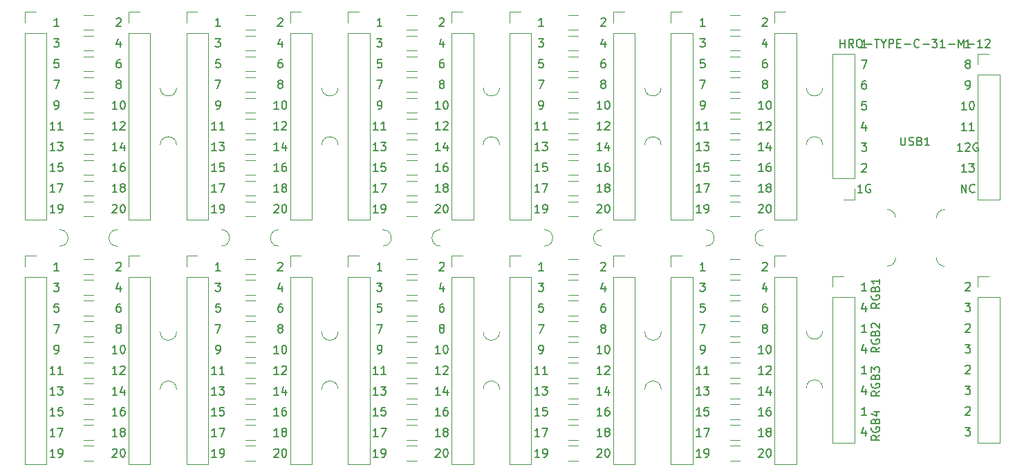
<source format=gbr>
%TF.GenerationSoftware,KiCad,Pcbnew,(6.0.2)*%
%TF.CreationDate,2022-03-22T07:25:02-04:00*%
%TF.ProjectId,Panel_Design_1,50616e65-6c5f-4446-9573-69676e5f312e,rev?*%
%TF.SameCoordinates,Original*%
%TF.FileFunction,Legend,Top*%
%TF.FilePolarity,Positive*%
%FSLAX46Y46*%
G04 Gerber Fmt 4.6, Leading zero omitted, Abs format (unit mm)*
G04 Created by KiCad (PCBNEW (6.0.2)) date 2022-03-22 07:25:02*
%MOMM*%
%LPD*%
G01*
G04 APERTURE LIST*
%ADD10C,0.150000*%
%ADD11C,0.120000*%
%ADD12C,0.100000*%
G04 APERTURE END LIST*
D10*
X114489523Y-39092380D02*
X113918095Y-39092380D01*
X114203809Y-39092380D02*
X114203809Y-38092380D01*
X114108571Y-38235238D01*
X114013333Y-38330476D01*
X113918095Y-38378095D01*
X115346666Y-38425714D02*
X115346666Y-39092380D01*
X115108571Y-38044761D02*
X114870476Y-38759047D01*
X115489523Y-38759047D01*
X27606666Y-30472380D02*
X28273333Y-30472380D01*
X27844761Y-31472380D01*
X86946666Y-25392380D02*
X87565714Y-25392380D01*
X87232380Y-25773333D01*
X87375238Y-25773333D01*
X87470476Y-25820952D01*
X87518095Y-25868571D01*
X87565714Y-25963809D01*
X87565714Y-26201904D01*
X87518095Y-26297142D01*
X87470476Y-26344761D01*
X87375238Y-26392380D01*
X87089523Y-26392380D01*
X86994285Y-26344761D01*
X86946666Y-26297142D01*
X106869523Y-66492380D02*
X106298095Y-66492380D01*
X106583809Y-66492380D02*
X106583809Y-65492380D01*
X106488571Y-65635238D01*
X106393333Y-65730476D01*
X106298095Y-65778095D01*
X107821904Y-66492380D02*
X107250476Y-66492380D01*
X107536190Y-66492380D02*
X107536190Y-65492380D01*
X107440952Y-65635238D01*
X107345714Y-65730476D01*
X107250476Y-65778095D01*
X67309523Y-63952380D02*
X67500000Y-63952380D01*
X67595238Y-63904761D01*
X67642857Y-63857142D01*
X67738095Y-63714285D01*
X67785714Y-63523809D01*
X67785714Y-63142857D01*
X67738095Y-63047619D01*
X67690476Y-63000000D01*
X67595238Y-62952380D01*
X67404761Y-62952380D01*
X67309523Y-63000000D01*
X67261904Y-63047619D01*
X67214285Y-63142857D01*
X67214285Y-63380952D01*
X67261904Y-63476190D01*
X67309523Y-63523809D01*
X67404761Y-63571428D01*
X67595238Y-63571428D01*
X67690476Y-63523809D01*
X67738095Y-63476190D01*
X67785714Y-63380952D01*
X47529523Y-44172380D02*
X46958095Y-44172380D01*
X47243809Y-44172380D02*
X47243809Y-43172380D01*
X47148571Y-43315238D01*
X47053333Y-43410476D01*
X46958095Y-43458095D01*
X47862857Y-43172380D02*
X48529523Y-43172380D01*
X48100952Y-44172380D01*
X95090476Y-25725714D02*
X95090476Y-26392380D01*
X94852380Y-25344761D02*
X94614285Y-26059047D01*
X95233333Y-26059047D01*
X35464761Y-60840952D02*
X35369523Y-60793333D01*
X35321904Y-60745714D01*
X35274285Y-60650476D01*
X35274285Y-60602857D01*
X35321904Y-60507619D01*
X35369523Y-60460000D01*
X35464761Y-60412380D01*
X35655238Y-60412380D01*
X35750476Y-60460000D01*
X35798095Y-60507619D01*
X35845714Y-60602857D01*
X35845714Y-60650476D01*
X35798095Y-60745714D01*
X35750476Y-60793333D01*
X35655238Y-60840952D01*
X35464761Y-60840952D01*
X35369523Y-60888571D01*
X35321904Y-60936190D01*
X35274285Y-61031428D01*
X35274285Y-61221904D01*
X35321904Y-61317142D01*
X35369523Y-61364761D01*
X35464761Y-61412380D01*
X35655238Y-61412380D01*
X35750476Y-61364761D01*
X35798095Y-61317142D01*
X35845714Y-61221904D01*
X35845714Y-61031428D01*
X35798095Y-60936190D01*
X35750476Y-60888571D01*
X35655238Y-60840952D01*
X106869523Y-36552380D02*
X106298095Y-36552380D01*
X106583809Y-36552380D02*
X106583809Y-35552380D01*
X106488571Y-35695238D01*
X106393333Y-35790476D01*
X106298095Y-35838095D01*
X107821904Y-36552380D02*
X107250476Y-36552380D01*
X107536190Y-36552380D02*
X107536190Y-35552380D01*
X107440952Y-35695238D01*
X107345714Y-35790476D01*
X107250476Y-35838095D01*
X139206667Y-67962381D02*
X139825715Y-67962381D01*
X139492381Y-68343334D01*
X139635239Y-68343334D01*
X139730477Y-68390953D01*
X139778096Y-68438572D01*
X139825715Y-68533810D01*
X139825715Y-68771905D01*
X139778096Y-68867143D01*
X139730477Y-68914762D01*
X139635239Y-68962381D01*
X139349524Y-68962381D01*
X139254286Y-68914762D01*
X139206667Y-68867143D01*
X47958095Y-27932380D02*
X47481904Y-27932380D01*
X47434285Y-28408571D01*
X47481904Y-28360952D01*
X47577142Y-28313333D01*
X47815238Y-28313333D01*
X47910476Y-28360952D01*
X47958095Y-28408571D01*
X48005714Y-28503809D01*
X48005714Y-28741904D01*
X47958095Y-28837142D01*
X47910476Y-28884761D01*
X47815238Y-28932380D01*
X47577142Y-28932380D01*
X47481904Y-28884761D01*
X47434285Y-28837142D01*
X27749523Y-76652380D02*
X27178095Y-76652380D01*
X27463809Y-76652380D02*
X27463809Y-75652380D01*
X27368571Y-75795238D01*
X27273333Y-75890476D01*
X27178095Y-75938095D01*
X28225714Y-76652380D02*
X28416190Y-76652380D01*
X28511428Y-76604761D01*
X28559047Y-76557142D01*
X28654285Y-76414285D01*
X28701904Y-76223809D01*
X28701904Y-75842857D01*
X28654285Y-75747619D01*
X28606666Y-75700000D01*
X28511428Y-75652380D01*
X28320952Y-75652380D01*
X28225714Y-75700000D01*
X28178095Y-75747619D01*
X28130476Y-75842857D01*
X28130476Y-76080952D01*
X28178095Y-76176190D01*
X28225714Y-76223809D01*
X28320952Y-76271428D01*
X28511428Y-76271428D01*
X28606666Y-76223809D01*
X28654285Y-76176190D01*
X28701904Y-76080952D01*
X114489523Y-36552380D02*
X113918095Y-36552380D01*
X114203809Y-36552380D02*
X114203809Y-35552380D01*
X114108571Y-35695238D01*
X114013333Y-35790476D01*
X113918095Y-35838095D01*
X114870476Y-35647619D02*
X114918095Y-35600000D01*
X115013333Y-35552380D01*
X115251428Y-35552380D01*
X115346666Y-35600000D01*
X115394285Y-35647619D01*
X115441904Y-35742857D01*
X115441904Y-35838095D01*
X115394285Y-35980952D01*
X114822857Y-36552380D01*
X115441904Y-36552380D01*
X127030478Y-30542379D02*
X126840002Y-30542379D01*
X126744763Y-30589999D01*
X126697144Y-30637618D01*
X126601906Y-30780475D01*
X126554287Y-30970951D01*
X126554287Y-31351903D01*
X126601906Y-31447141D01*
X126649525Y-31494760D01*
X126744763Y-31542379D01*
X126935240Y-31542379D01*
X127030478Y-31494760D01*
X127078097Y-31447141D01*
X127125716Y-31351903D01*
X127125716Y-31113808D01*
X127078097Y-31018570D01*
X127030478Y-30970951D01*
X126935240Y-30923332D01*
X126744763Y-30923332D01*
X126649525Y-30970951D01*
X126601906Y-31018570D01*
X126554287Y-31113808D01*
X35369523Y-71572380D02*
X34798095Y-71572380D01*
X35083809Y-71572380D02*
X35083809Y-70572380D01*
X34988571Y-70715238D01*
X34893333Y-70810476D01*
X34798095Y-70858095D01*
X36226666Y-70572380D02*
X36036190Y-70572380D01*
X35940952Y-70620000D01*
X35893333Y-70667619D01*
X35798095Y-70810476D01*
X35750476Y-71000952D01*
X35750476Y-71381904D01*
X35798095Y-71477142D01*
X35845714Y-71524761D01*
X35940952Y-71572380D01*
X36131428Y-71572380D01*
X36226666Y-71524761D01*
X36274285Y-71477142D01*
X36321904Y-71381904D01*
X36321904Y-71143809D01*
X36274285Y-71048571D01*
X36226666Y-71000952D01*
X36131428Y-70953333D01*
X35940952Y-70953333D01*
X35845714Y-71000952D01*
X35798095Y-71048571D01*
X35750476Y-71143809D01*
X35750476Y-25725714D02*
X35750476Y-26392380D01*
X35512380Y-25344761D02*
X35274285Y-26059047D01*
X35893333Y-26059047D01*
X139349525Y-31542379D02*
X139540002Y-31542379D01*
X139635240Y-31494760D01*
X139682859Y-31447141D01*
X139778097Y-31304284D01*
X139825716Y-31113808D01*
X139825716Y-30732856D01*
X139778097Y-30637618D01*
X139730478Y-30589999D01*
X139635240Y-30542379D01*
X139444763Y-30542379D01*
X139349525Y-30589999D01*
X139301906Y-30637618D01*
X139254287Y-30732856D01*
X139254287Y-30970951D01*
X139301906Y-31066189D01*
X139349525Y-31113808D01*
X139444763Y-31161427D01*
X139635240Y-31161427D01*
X139730478Y-31113808D01*
X139778097Y-31066189D01*
X139825716Y-30970951D01*
X55149523Y-44172380D02*
X54578095Y-44172380D01*
X54863809Y-44172380D02*
X54863809Y-43172380D01*
X54768571Y-43315238D01*
X54673333Y-43410476D01*
X54578095Y-43458095D01*
X55720952Y-43600952D02*
X55625714Y-43553333D01*
X55578095Y-43505714D01*
X55530476Y-43410476D01*
X55530476Y-43362857D01*
X55578095Y-43267619D01*
X55625714Y-43220000D01*
X55720952Y-43172380D01*
X55911428Y-43172380D01*
X56006666Y-43220000D01*
X56054285Y-43267619D01*
X56101904Y-43362857D01*
X56101904Y-43410476D01*
X56054285Y-43505714D01*
X56006666Y-43553333D01*
X55911428Y-43600952D01*
X55720952Y-43600952D01*
X55625714Y-43648571D01*
X55578095Y-43696190D01*
X55530476Y-43791428D01*
X55530476Y-43981904D01*
X55578095Y-44077142D01*
X55625714Y-44124761D01*
X55720952Y-44172380D01*
X55911428Y-44172380D01*
X56006666Y-44124761D01*
X56054285Y-44077142D01*
X56101904Y-43981904D01*
X56101904Y-43791428D01*
X56054285Y-43696190D01*
X56006666Y-43648571D01*
X55911428Y-43600952D01*
X127030478Y-35955713D02*
X127030478Y-36622379D01*
X126792382Y-35574760D02*
X126554287Y-36289046D01*
X127173335Y-36289046D01*
X47386666Y-55332380D02*
X48005714Y-55332380D01*
X47672380Y-55713333D01*
X47815238Y-55713333D01*
X47910476Y-55760952D01*
X47958095Y-55808571D01*
X48005714Y-55903809D01*
X48005714Y-56141904D01*
X47958095Y-56237142D01*
X47910476Y-56284761D01*
X47815238Y-56332380D01*
X47529523Y-56332380D01*
X47434285Y-56284761D01*
X47386666Y-56237142D01*
X27749523Y-74112380D02*
X27178095Y-74112380D01*
X27463809Y-74112380D02*
X27463809Y-73112380D01*
X27368571Y-73255238D01*
X27273333Y-73350476D01*
X27178095Y-73398095D01*
X28082857Y-73112380D02*
X28749523Y-73112380D01*
X28320952Y-74112380D01*
X94709523Y-71572380D02*
X94138095Y-71572380D01*
X94423809Y-71572380D02*
X94423809Y-70572380D01*
X94328571Y-70715238D01*
X94233333Y-70810476D01*
X94138095Y-70858095D01*
X95566666Y-70572380D02*
X95376190Y-70572380D01*
X95280952Y-70620000D01*
X95233333Y-70667619D01*
X95138095Y-70810476D01*
X95090476Y-71000952D01*
X95090476Y-71381904D01*
X95138095Y-71477142D01*
X95185714Y-71524761D01*
X95280952Y-71572380D01*
X95471428Y-71572380D01*
X95566666Y-71524761D01*
X95614285Y-71477142D01*
X95661904Y-71381904D01*
X95661904Y-71143809D01*
X95614285Y-71048571D01*
X95566666Y-71000952D01*
X95471428Y-70953333D01*
X95280952Y-70953333D01*
X95185714Y-71000952D01*
X95138095Y-71048571D01*
X95090476Y-71143809D01*
X74834285Y-52887619D02*
X74881904Y-52840000D01*
X74977142Y-52792380D01*
X75215238Y-52792380D01*
X75310476Y-52840000D01*
X75358095Y-52887619D01*
X75405714Y-52982857D01*
X75405714Y-53078095D01*
X75358095Y-53220952D01*
X74786666Y-53792380D01*
X75405714Y-53792380D01*
X35369523Y-69032380D02*
X34798095Y-69032380D01*
X35083809Y-69032380D02*
X35083809Y-68032380D01*
X34988571Y-68175238D01*
X34893333Y-68270476D01*
X34798095Y-68318095D01*
X36226666Y-68365714D02*
X36226666Y-69032380D01*
X35988571Y-67984761D02*
X35750476Y-68699047D01*
X36369523Y-68699047D01*
X67166666Y-25392380D02*
X67785714Y-25392380D01*
X67452380Y-25773333D01*
X67595238Y-25773333D01*
X67690476Y-25820952D01*
X67738095Y-25868571D01*
X67785714Y-25963809D01*
X67785714Y-26201904D01*
X67738095Y-26297142D01*
X67690476Y-26344761D01*
X67595238Y-26392380D01*
X67309523Y-26392380D01*
X67214285Y-26344761D01*
X67166666Y-26297142D01*
X87089523Y-71572380D02*
X86518095Y-71572380D01*
X86803809Y-71572380D02*
X86803809Y-70572380D01*
X86708571Y-70715238D01*
X86613333Y-70810476D01*
X86518095Y-70858095D01*
X87994285Y-70572380D02*
X87518095Y-70572380D01*
X87470476Y-71048571D01*
X87518095Y-71000952D01*
X87613333Y-70953333D01*
X87851428Y-70953333D01*
X87946666Y-71000952D01*
X87994285Y-71048571D01*
X88041904Y-71143809D01*
X88041904Y-71381904D01*
X87994285Y-71477142D01*
X87946666Y-71524761D01*
X87851428Y-71572380D01*
X87613333Y-71572380D01*
X87518095Y-71524761D01*
X87470476Y-71477142D01*
X139254286Y-60437620D02*
X139301905Y-60390001D01*
X139397143Y-60342381D01*
X139635239Y-60342381D01*
X139730477Y-60390001D01*
X139778096Y-60437620D01*
X139825715Y-60532858D01*
X139825715Y-60628096D01*
X139778096Y-60770953D01*
X139206667Y-61342381D01*
X139825715Y-61342381D01*
X55149523Y-63952380D02*
X54578095Y-63952380D01*
X54863809Y-63952380D02*
X54863809Y-62952380D01*
X54768571Y-63095238D01*
X54673333Y-63190476D01*
X54578095Y-63238095D01*
X55768571Y-62952380D02*
X55863809Y-62952380D01*
X55959047Y-63000000D01*
X56006666Y-63047619D01*
X56054285Y-63142857D01*
X56101904Y-63333333D01*
X56101904Y-63571428D01*
X56054285Y-63761904D01*
X56006666Y-63857142D01*
X55959047Y-63904761D01*
X55863809Y-63952380D01*
X55768571Y-63952380D01*
X55673333Y-63904761D01*
X55625714Y-63857142D01*
X55578095Y-63761904D01*
X55530476Y-63571428D01*
X55530476Y-63333333D01*
X55578095Y-63142857D01*
X55625714Y-63047619D01*
X55673333Y-63000000D01*
X55768571Y-62952380D01*
X86946666Y-30472380D02*
X87613333Y-30472380D01*
X87184761Y-31472380D01*
X94138095Y-45807619D02*
X94185714Y-45760000D01*
X94280952Y-45712380D01*
X94519047Y-45712380D01*
X94614285Y-45760000D01*
X94661904Y-45807619D01*
X94709523Y-45902857D01*
X94709523Y-45998095D01*
X94661904Y-46140952D01*
X94090476Y-46712380D01*
X94709523Y-46712380D01*
X95328571Y-45712380D02*
X95423809Y-45712380D01*
X95519047Y-45760000D01*
X95566666Y-45807619D01*
X95614285Y-45902857D01*
X95661904Y-46093333D01*
X95661904Y-46331428D01*
X95614285Y-46521904D01*
X95566666Y-46617142D01*
X95519047Y-46664761D01*
X95423809Y-46712380D01*
X95328571Y-46712380D01*
X95233333Y-46664761D01*
X95185714Y-46617142D01*
X95138095Y-46521904D01*
X95090476Y-46331428D01*
X95090476Y-46093333D01*
X95138095Y-45902857D01*
X95185714Y-45807619D01*
X95233333Y-45760000D01*
X95328571Y-45712380D01*
X139206667Y-62882381D02*
X139825715Y-62882381D01*
X139492381Y-63263334D01*
X139635239Y-63263334D01*
X139730477Y-63310953D01*
X139778096Y-63358572D01*
X139825715Y-63453810D01*
X139825715Y-63691905D01*
X139778096Y-63787143D01*
X139730477Y-63834762D01*
X139635239Y-63882381D01*
X139349524Y-63882381D01*
X139254286Y-63834762D01*
X139206667Y-63787143D01*
X139349525Y-36622379D02*
X138778097Y-36622379D01*
X139063811Y-36622379D02*
X139063811Y-35622379D01*
X138968573Y-35765237D01*
X138873335Y-35860475D01*
X138778097Y-35908094D01*
X140301906Y-36622379D02*
X139730478Y-36622379D01*
X140016192Y-36622379D02*
X140016192Y-35622379D01*
X139920954Y-35765237D01*
X139825716Y-35860475D01*
X139730478Y-35908094D01*
X35369523Y-41632380D02*
X34798095Y-41632380D01*
X35083809Y-41632380D02*
X35083809Y-40632380D01*
X34988571Y-40775238D01*
X34893333Y-40870476D01*
X34798095Y-40918095D01*
X36226666Y-40632380D02*
X36036190Y-40632380D01*
X35940952Y-40680000D01*
X35893333Y-40727619D01*
X35798095Y-40870476D01*
X35750476Y-41060952D01*
X35750476Y-41441904D01*
X35798095Y-41537142D01*
X35845714Y-41584761D01*
X35940952Y-41632380D01*
X36131428Y-41632380D01*
X36226666Y-41584761D01*
X36274285Y-41537142D01*
X36321904Y-41441904D01*
X36321904Y-41203809D01*
X36274285Y-41108571D01*
X36226666Y-41060952D01*
X36131428Y-41013333D01*
X35940952Y-41013333D01*
X35845714Y-41060952D01*
X35798095Y-41108571D01*
X35750476Y-41203809D01*
X27749523Y-39092380D02*
X27178095Y-39092380D01*
X27463809Y-39092380D02*
X27463809Y-38092380D01*
X27368571Y-38235238D01*
X27273333Y-38330476D01*
X27178095Y-38378095D01*
X28082857Y-38092380D02*
X28701904Y-38092380D01*
X28368571Y-38473333D01*
X28511428Y-38473333D01*
X28606666Y-38520952D01*
X28654285Y-38568571D01*
X28701904Y-38663809D01*
X28701904Y-38901904D01*
X28654285Y-38997142D01*
X28606666Y-39044761D01*
X28511428Y-39092380D01*
X28225714Y-39092380D01*
X28130476Y-39044761D01*
X28082857Y-38997142D01*
X74358095Y-45807619D02*
X74405714Y-45760000D01*
X74500952Y-45712380D01*
X74739047Y-45712380D01*
X74834285Y-45760000D01*
X74881904Y-45807619D01*
X74929523Y-45902857D01*
X74929523Y-45998095D01*
X74881904Y-46140952D01*
X74310476Y-46712380D01*
X74929523Y-46712380D01*
X75548571Y-45712380D02*
X75643809Y-45712380D01*
X75739047Y-45760000D01*
X75786666Y-45807619D01*
X75834285Y-45902857D01*
X75881904Y-46093333D01*
X75881904Y-46331428D01*
X75834285Y-46521904D01*
X75786666Y-46617142D01*
X75739047Y-46664761D01*
X75643809Y-46712380D01*
X75548571Y-46712380D01*
X75453333Y-46664761D01*
X75405714Y-46617142D01*
X75358095Y-46521904D01*
X75310476Y-46331428D01*
X75310476Y-46093333D01*
X75358095Y-45902857D01*
X75405714Y-45807619D01*
X75453333Y-45760000D01*
X75548571Y-45712380D01*
X67309523Y-34012380D02*
X67500000Y-34012380D01*
X67595238Y-33964761D01*
X67642857Y-33917142D01*
X67738095Y-33774285D01*
X67785714Y-33583809D01*
X67785714Y-33202857D01*
X67738095Y-33107619D01*
X67690476Y-33060000D01*
X67595238Y-33012380D01*
X67404761Y-33012380D01*
X67309523Y-33060000D01*
X67261904Y-33107619D01*
X67214285Y-33202857D01*
X67214285Y-33440952D01*
X67261904Y-33536190D01*
X67309523Y-33583809D01*
X67404761Y-33631428D01*
X67595238Y-33631428D01*
X67690476Y-33583809D01*
X67738095Y-33536190D01*
X67785714Y-33440952D01*
X47529523Y-63952380D02*
X47720000Y-63952380D01*
X47815238Y-63904761D01*
X47862857Y-63857142D01*
X47958095Y-63714285D01*
X48005714Y-63523809D01*
X48005714Y-63142857D01*
X47958095Y-63047619D01*
X47910476Y-63000000D01*
X47815238Y-62952380D01*
X47624761Y-62952380D01*
X47529523Y-63000000D01*
X47481904Y-63047619D01*
X47434285Y-63142857D01*
X47434285Y-63380952D01*
X47481904Y-63476190D01*
X47529523Y-63523809D01*
X47624761Y-63571428D01*
X47815238Y-63571428D01*
X47910476Y-63523809D01*
X47958095Y-63476190D01*
X48005714Y-63380952D01*
X55244761Y-60840952D02*
X55149523Y-60793333D01*
X55101904Y-60745714D01*
X55054285Y-60650476D01*
X55054285Y-60602857D01*
X55101904Y-60507619D01*
X55149523Y-60460000D01*
X55244761Y-60412380D01*
X55435238Y-60412380D01*
X55530476Y-60460000D01*
X55578095Y-60507619D01*
X55625714Y-60602857D01*
X55625714Y-60650476D01*
X55578095Y-60745714D01*
X55530476Y-60793333D01*
X55435238Y-60840952D01*
X55244761Y-60840952D01*
X55149523Y-60888571D01*
X55101904Y-60936190D01*
X55054285Y-61031428D01*
X55054285Y-61221904D01*
X55101904Y-61317142D01*
X55149523Y-61364761D01*
X55244761Y-61412380D01*
X55435238Y-61412380D01*
X55530476Y-61364761D01*
X55578095Y-61317142D01*
X55625714Y-61221904D01*
X55625714Y-61031428D01*
X55578095Y-60936190D01*
X55530476Y-60888571D01*
X55435238Y-60840952D01*
X106869523Y-71572380D02*
X106298095Y-71572380D01*
X106583809Y-71572380D02*
X106583809Y-70572380D01*
X106488571Y-70715238D01*
X106393333Y-70810476D01*
X106298095Y-70858095D01*
X107774285Y-70572380D02*
X107298095Y-70572380D01*
X107250476Y-71048571D01*
X107298095Y-71000952D01*
X107393333Y-70953333D01*
X107631428Y-70953333D01*
X107726666Y-71000952D01*
X107774285Y-71048571D01*
X107821904Y-71143809D01*
X107821904Y-71381904D01*
X107774285Y-71477142D01*
X107726666Y-71524761D01*
X107631428Y-71572380D01*
X107393333Y-71572380D01*
X107298095Y-71524761D01*
X107250476Y-71477142D01*
X87565714Y-53792380D02*
X86994285Y-53792380D01*
X87280000Y-53792380D02*
X87280000Y-52792380D01*
X87184761Y-52935238D01*
X87089523Y-53030476D01*
X86994285Y-53078095D01*
X27749523Y-34012380D02*
X27940000Y-34012380D01*
X28035238Y-33964761D01*
X28082857Y-33917142D01*
X28178095Y-33774285D01*
X28225714Y-33583809D01*
X28225714Y-33202857D01*
X28178095Y-33107619D01*
X28130476Y-33060000D01*
X28035238Y-33012380D01*
X27844761Y-33012380D01*
X27749523Y-33060000D01*
X27701904Y-33107619D01*
X27654285Y-33202857D01*
X27654285Y-33440952D01*
X27701904Y-33536190D01*
X27749523Y-33583809D01*
X27844761Y-33631428D01*
X28035238Y-33631428D01*
X28130476Y-33583809D01*
X28178095Y-33536190D01*
X28225714Y-33440952D01*
X106726666Y-30472380D02*
X107393333Y-30472380D01*
X106964761Y-31472380D01*
X35369523Y-39092380D02*
X34798095Y-39092380D01*
X35083809Y-39092380D02*
X35083809Y-38092380D01*
X34988571Y-38235238D01*
X34893333Y-38330476D01*
X34798095Y-38378095D01*
X36226666Y-38425714D02*
X36226666Y-39092380D01*
X35988571Y-38044761D02*
X35750476Y-38759047D01*
X36369523Y-38759047D01*
X139349525Y-34082379D02*
X138778097Y-34082379D01*
X139063811Y-34082379D02*
X139063811Y-33082379D01*
X138968573Y-33225237D01*
X138873335Y-33320475D01*
X138778097Y-33368094D01*
X139968573Y-33082379D02*
X140063811Y-33082379D01*
X140159049Y-33129999D01*
X140206668Y-33177618D01*
X140254287Y-33272856D01*
X140301906Y-33463332D01*
X140301906Y-33701427D01*
X140254287Y-33891903D01*
X140206668Y-33987141D01*
X140159049Y-34034760D01*
X140063811Y-34082379D01*
X139968573Y-34082379D01*
X139873335Y-34034760D01*
X139825716Y-33987141D01*
X139778097Y-33891903D01*
X139730478Y-33701427D01*
X139730478Y-33463332D01*
X139778097Y-33272856D01*
X139825716Y-33177618D01*
X139873335Y-33129999D01*
X139968573Y-33082379D01*
X94614285Y-22947619D02*
X94661904Y-22900000D01*
X94757142Y-22852380D01*
X94995238Y-22852380D01*
X95090476Y-22900000D01*
X95138095Y-22947619D01*
X95185714Y-23042857D01*
X95185714Y-23138095D01*
X95138095Y-23280952D01*
X94566666Y-23852380D01*
X95185714Y-23852380D01*
X74929523Y-36552380D02*
X74358095Y-36552380D01*
X74643809Y-36552380D02*
X74643809Y-35552380D01*
X74548571Y-35695238D01*
X74453333Y-35790476D01*
X74358095Y-35838095D01*
X75310476Y-35647619D02*
X75358095Y-35600000D01*
X75453333Y-35552380D01*
X75691428Y-35552380D01*
X75786666Y-35600000D01*
X75834285Y-35647619D01*
X75881904Y-35742857D01*
X75881904Y-35838095D01*
X75834285Y-35980952D01*
X75262857Y-36552380D01*
X75881904Y-36552380D01*
X28225714Y-53792380D02*
X27654285Y-53792380D01*
X27940000Y-53792380D02*
X27940000Y-52792380D01*
X27844761Y-52935238D01*
X27749523Y-53030476D01*
X27654285Y-53078095D01*
X35750476Y-57872380D02*
X35560000Y-57872380D01*
X35464761Y-57920000D01*
X35417142Y-57967619D01*
X35321904Y-58110476D01*
X35274285Y-58300952D01*
X35274285Y-58681904D01*
X35321904Y-58777142D01*
X35369523Y-58824761D01*
X35464761Y-58872380D01*
X35655238Y-58872380D01*
X35750476Y-58824761D01*
X35798095Y-58777142D01*
X35845714Y-58681904D01*
X35845714Y-58443809D01*
X35798095Y-58348571D01*
X35750476Y-58300952D01*
X35655238Y-58253333D01*
X35464761Y-58253333D01*
X35369523Y-58300952D01*
X35321904Y-58348571D01*
X35274285Y-58443809D01*
X35369523Y-63952380D02*
X34798095Y-63952380D01*
X35083809Y-63952380D02*
X35083809Y-62952380D01*
X34988571Y-63095238D01*
X34893333Y-63190476D01*
X34798095Y-63238095D01*
X35988571Y-62952380D02*
X36083809Y-62952380D01*
X36179047Y-63000000D01*
X36226666Y-63047619D01*
X36274285Y-63142857D01*
X36321904Y-63333333D01*
X36321904Y-63571428D01*
X36274285Y-63761904D01*
X36226666Y-63857142D01*
X36179047Y-63904761D01*
X36083809Y-63952380D01*
X35988571Y-63952380D01*
X35893333Y-63904761D01*
X35845714Y-63857142D01*
X35798095Y-63761904D01*
X35750476Y-63571428D01*
X35750476Y-63333333D01*
X35798095Y-63142857D01*
X35845714Y-63047619D01*
X35893333Y-63000000D01*
X35988571Y-62952380D01*
X55149523Y-39092380D02*
X54578095Y-39092380D01*
X54863809Y-39092380D02*
X54863809Y-38092380D01*
X54768571Y-38235238D01*
X54673333Y-38330476D01*
X54578095Y-38378095D01*
X56006666Y-38425714D02*
X56006666Y-39092380D01*
X55768571Y-38044761D02*
X55530476Y-38759047D01*
X56149523Y-38759047D01*
X67166666Y-55332380D02*
X67785714Y-55332380D01*
X67452380Y-55713333D01*
X67595238Y-55713333D01*
X67690476Y-55760952D01*
X67738095Y-55808571D01*
X67785714Y-55903809D01*
X67785714Y-56141904D01*
X67738095Y-56237142D01*
X67690476Y-56284761D01*
X67595238Y-56332380D01*
X67309523Y-56332380D01*
X67214285Y-56284761D01*
X67166666Y-56237142D01*
X126506668Y-38162379D02*
X127125716Y-38162379D01*
X126792382Y-38543332D01*
X126935240Y-38543332D01*
X127030478Y-38590951D01*
X127078097Y-38638570D01*
X127125716Y-38733808D01*
X127125716Y-38971903D01*
X127078097Y-39067141D01*
X127030478Y-39114760D01*
X126935240Y-39162379D01*
X126649525Y-39162379D01*
X126554287Y-39114760D01*
X126506668Y-39067141D01*
X139444763Y-28430951D02*
X139349525Y-28383332D01*
X139301906Y-28335713D01*
X139254287Y-28240475D01*
X139254287Y-28192856D01*
X139301906Y-28097618D01*
X139349525Y-28049999D01*
X139444763Y-28002379D01*
X139635240Y-28002379D01*
X139730478Y-28049999D01*
X139778097Y-28097618D01*
X139825716Y-28192856D01*
X139825716Y-28240475D01*
X139778097Y-28335713D01*
X139730478Y-28383332D01*
X139635240Y-28430951D01*
X139444763Y-28430951D01*
X139349525Y-28478570D01*
X139301906Y-28526189D01*
X139254287Y-28621427D01*
X139254287Y-28811903D01*
X139301906Y-28907141D01*
X139349525Y-28954760D01*
X139444763Y-29002379D01*
X139635240Y-29002379D01*
X139730478Y-28954760D01*
X139778097Y-28907141D01*
X139825716Y-28811903D01*
X139825716Y-28621427D01*
X139778097Y-28526189D01*
X139730478Y-28478570D01*
X139635240Y-28430951D01*
X94709523Y-69032380D02*
X94138095Y-69032380D01*
X94423809Y-69032380D02*
X94423809Y-68032380D01*
X94328571Y-68175238D01*
X94233333Y-68270476D01*
X94138095Y-68318095D01*
X95566666Y-68365714D02*
X95566666Y-69032380D01*
X95328571Y-67984761D02*
X95090476Y-68699047D01*
X95709523Y-68699047D01*
X67309523Y-71572380D02*
X66738095Y-71572380D01*
X67023809Y-71572380D02*
X67023809Y-70572380D01*
X66928571Y-70715238D01*
X66833333Y-70810476D01*
X66738095Y-70858095D01*
X68214285Y-70572380D02*
X67738095Y-70572380D01*
X67690476Y-71048571D01*
X67738095Y-71000952D01*
X67833333Y-70953333D01*
X68071428Y-70953333D01*
X68166666Y-71000952D01*
X68214285Y-71048571D01*
X68261904Y-71143809D01*
X68261904Y-71381904D01*
X68214285Y-71477142D01*
X68166666Y-71524761D01*
X68071428Y-71572380D01*
X67833333Y-71572380D01*
X67738095Y-71524761D01*
X67690476Y-71477142D01*
X47529523Y-41632380D02*
X46958095Y-41632380D01*
X47243809Y-41632380D02*
X47243809Y-40632380D01*
X47148571Y-40775238D01*
X47053333Y-40870476D01*
X46958095Y-40918095D01*
X48434285Y-40632380D02*
X47958095Y-40632380D01*
X47910476Y-41108571D01*
X47958095Y-41060952D01*
X48053333Y-41013333D01*
X48291428Y-41013333D01*
X48386666Y-41060952D01*
X48434285Y-41108571D01*
X48481904Y-41203809D01*
X48481904Y-41441904D01*
X48434285Y-41537142D01*
X48386666Y-41584761D01*
X48291428Y-41632380D01*
X48053333Y-41632380D01*
X47958095Y-41584761D01*
X47910476Y-41537142D01*
X127030477Y-68295715D02*
X127030477Y-68962381D01*
X126792381Y-67914762D02*
X126554286Y-68629048D01*
X127173334Y-68629048D01*
X55054285Y-52887619D02*
X55101904Y-52840000D01*
X55197142Y-52792380D01*
X55435238Y-52792380D01*
X55530476Y-52840000D01*
X55578095Y-52887619D01*
X55625714Y-52982857D01*
X55625714Y-53078095D01*
X55578095Y-53220952D01*
X55006666Y-53792380D01*
X55625714Y-53792380D01*
X67309523Y-39092380D02*
X66738095Y-39092380D01*
X67023809Y-39092380D02*
X67023809Y-38092380D01*
X66928571Y-38235238D01*
X66833333Y-38330476D01*
X66738095Y-38378095D01*
X67642857Y-38092380D02*
X68261904Y-38092380D01*
X67928571Y-38473333D01*
X68071428Y-38473333D01*
X68166666Y-38520952D01*
X68214285Y-38568571D01*
X68261904Y-38663809D01*
X68261904Y-38901904D01*
X68214285Y-38997142D01*
X68166666Y-39044761D01*
X68071428Y-39092380D01*
X67785714Y-39092380D01*
X67690476Y-39044761D01*
X67642857Y-38997142D01*
X27749523Y-41632380D02*
X27178095Y-41632380D01*
X27463809Y-41632380D02*
X27463809Y-40632380D01*
X27368571Y-40775238D01*
X27273333Y-40870476D01*
X27178095Y-40918095D01*
X28654285Y-40632380D02*
X28178095Y-40632380D01*
X28130476Y-41108571D01*
X28178095Y-41060952D01*
X28273333Y-41013333D01*
X28511428Y-41013333D01*
X28606666Y-41060952D01*
X28654285Y-41108571D01*
X28701904Y-41203809D01*
X28701904Y-41441904D01*
X28654285Y-41537142D01*
X28606666Y-41584761D01*
X28511428Y-41632380D01*
X28273333Y-41632380D01*
X28178095Y-41584761D01*
X28130476Y-41537142D01*
X55149523Y-69032380D02*
X54578095Y-69032380D01*
X54863809Y-69032380D02*
X54863809Y-68032380D01*
X54768571Y-68175238D01*
X54673333Y-68270476D01*
X54578095Y-68318095D01*
X56006666Y-68365714D02*
X56006666Y-69032380D01*
X55768571Y-67984761D02*
X55530476Y-68699047D01*
X56149523Y-68699047D01*
X74358095Y-75747619D02*
X74405714Y-75700000D01*
X74500952Y-75652380D01*
X74739047Y-75652380D01*
X74834285Y-75700000D01*
X74881904Y-75747619D01*
X74929523Y-75842857D01*
X74929523Y-75938095D01*
X74881904Y-76080952D01*
X74310476Y-76652380D01*
X74929523Y-76652380D01*
X75548571Y-75652380D02*
X75643809Y-75652380D01*
X75739047Y-75700000D01*
X75786666Y-75747619D01*
X75834285Y-75842857D01*
X75881904Y-76033333D01*
X75881904Y-76271428D01*
X75834285Y-76461904D01*
X75786666Y-76557142D01*
X75739047Y-76604761D01*
X75643809Y-76652380D01*
X75548571Y-76652380D01*
X75453333Y-76604761D01*
X75405714Y-76557142D01*
X75358095Y-76461904D01*
X75310476Y-76271428D01*
X75310476Y-76033333D01*
X75358095Y-75842857D01*
X75405714Y-75747619D01*
X75453333Y-75700000D01*
X75548571Y-75652380D01*
X55530476Y-57872380D02*
X55340000Y-57872380D01*
X55244761Y-57920000D01*
X55197142Y-57967619D01*
X55101904Y-58110476D01*
X55054285Y-58300952D01*
X55054285Y-58681904D01*
X55101904Y-58777142D01*
X55149523Y-58824761D01*
X55244761Y-58872380D01*
X55435238Y-58872380D01*
X55530476Y-58824761D01*
X55578095Y-58777142D01*
X55625714Y-58681904D01*
X55625714Y-58443809D01*
X55578095Y-58348571D01*
X55530476Y-58300952D01*
X55435238Y-58253333D01*
X55244761Y-58253333D01*
X55149523Y-58300952D01*
X55101904Y-58348571D01*
X55054285Y-58443809D01*
X87089523Y-69032380D02*
X86518095Y-69032380D01*
X86803809Y-69032380D02*
X86803809Y-68032380D01*
X86708571Y-68175238D01*
X86613333Y-68270476D01*
X86518095Y-68318095D01*
X87422857Y-68032380D02*
X88041904Y-68032380D01*
X87708571Y-68413333D01*
X87851428Y-68413333D01*
X87946666Y-68460952D01*
X87994285Y-68508571D01*
X88041904Y-68603809D01*
X88041904Y-68841904D01*
X87994285Y-68937142D01*
X87946666Y-68984761D01*
X87851428Y-69032380D01*
X87565714Y-69032380D01*
X87470476Y-68984761D01*
X87422857Y-68937142D01*
X106869523Y-74112380D02*
X106298095Y-74112380D01*
X106583809Y-74112380D02*
X106583809Y-73112380D01*
X106488571Y-73255238D01*
X106393333Y-73350476D01*
X106298095Y-73398095D01*
X107202857Y-73112380D02*
X107869523Y-73112380D01*
X107440952Y-74112380D01*
X139254286Y-55357620D02*
X139301905Y-55310001D01*
X139397143Y-55262381D01*
X139635239Y-55262381D01*
X139730477Y-55310001D01*
X139778096Y-55357620D01*
X139825715Y-55452858D01*
X139825715Y-55548096D01*
X139778096Y-55690953D01*
X139206667Y-56262381D01*
X139825715Y-56262381D01*
X27749523Y-66492380D02*
X27178095Y-66492380D01*
X27463809Y-66492380D02*
X27463809Y-65492380D01*
X27368571Y-65635238D01*
X27273333Y-65730476D01*
X27178095Y-65778095D01*
X28701904Y-66492380D02*
X28130476Y-66492380D01*
X28416190Y-66492380D02*
X28416190Y-65492380D01*
X28320952Y-65635238D01*
X28225714Y-65730476D01*
X28130476Y-65778095D01*
X87518095Y-27932380D02*
X87041904Y-27932380D01*
X86994285Y-28408571D01*
X87041904Y-28360952D01*
X87137142Y-28313333D01*
X87375238Y-28313333D01*
X87470476Y-28360952D01*
X87518095Y-28408571D01*
X87565714Y-28503809D01*
X87565714Y-28741904D01*
X87518095Y-28837142D01*
X87470476Y-28884761D01*
X87375238Y-28932380D01*
X87137142Y-28932380D01*
X87041904Y-28884761D01*
X86994285Y-28837142D01*
X67309523Y-76652380D02*
X66738095Y-76652380D01*
X67023809Y-76652380D02*
X67023809Y-75652380D01*
X66928571Y-75795238D01*
X66833333Y-75890476D01*
X66738095Y-75938095D01*
X67785714Y-76652380D02*
X67976190Y-76652380D01*
X68071428Y-76604761D01*
X68119047Y-76557142D01*
X68214285Y-76414285D01*
X68261904Y-76223809D01*
X68261904Y-75842857D01*
X68214285Y-75747619D01*
X68166666Y-75700000D01*
X68071428Y-75652380D01*
X67880952Y-75652380D01*
X67785714Y-75700000D01*
X67738095Y-75747619D01*
X67690476Y-75842857D01*
X67690476Y-76080952D01*
X67738095Y-76176190D01*
X67785714Y-76223809D01*
X67880952Y-76271428D01*
X68071428Y-76271428D01*
X68166666Y-76223809D01*
X68214285Y-76176190D01*
X68261904Y-76080952D01*
X114489523Y-71572380D02*
X113918095Y-71572380D01*
X114203809Y-71572380D02*
X114203809Y-70572380D01*
X114108571Y-70715238D01*
X114013333Y-70810476D01*
X113918095Y-70858095D01*
X115346666Y-70572380D02*
X115156190Y-70572380D01*
X115060952Y-70620000D01*
X115013333Y-70667619D01*
X114918095Y-70810476D01*
X114870476Y-71000952D01*
X114870476Y-71381904D01*
X114918095Y-71477142D01*
X114965714Y-71524761D01*
X115060952Y-71572380D01*
X115251428Y-71572380D01*
X115346666Y-71524761D01*
X115394285Y-71477142D01*
X115441904Y-71381904D01*
X115441904Y-71143809D01*
X115394285Y-71048571D01*
X115346666Y-71000952D01*
X115251428Y-70953333D01*
X115060952Y-70953333D01*
X114965714Y-71000952D01*
X114918095Y-71048571D01*
X114870476Y-71143809D01*
X94709523Y-44172380D02*
X94138095Y-44172380D01*
X94423809Y-44172380D02*
X94423809Y-43172380D01*
X94328571Y-43315238D01*
X94233333Y-43410476D01*
X94138095Y-43458095D01*
X95280952Y-43600952D02*
X95185714Y-43553333D01*
X95138095Y-43505714D01*
X95090476Y-43410476D01*
X95090476Y-43362857D01*
X95138095Y-43267619D01*
X95185714Y-43220000D01*
X95280952Y-43172380D01*
X95471428Y-43172380D01*
X95566666Y-43220000D01*
X95614285Y-43267619D01*
X95661904Y-43362857D01*
X95661904Y-43410476D01*
X95614285Y-43505714D01*
X95566666Y-43553333D01*
X95471428Y-43600952D01*
X95280952Y-43600952D01*
X95185714Y-43648571D01*
X95138095Y-43696190D01*
X95090476Y-43791428D01*
X95090476Y-43981904D01*
X95138095Y-44077142D01*
X95185714Y-44124761D01*
X95280952Y-44172380D01*
X95471428Y-44172380D01*
X95566666Y-44124761D01*
X95614285Y-44077142D01*
X95661904Y-43981904D01*
X95661904Y-43791428D01*
X95614285Y-43696190D01*
X95566666Y-43648571D01*
X95471428Y-43600952D01*
X94804761Y-60840952D02*
X94709523Y-60793333D01*
X94661904Y-60745714D01*
X94614285Y-60650476D01*
X94614285Y-60602857D01*
X94661904Y-60507619D01*
X94709523Y-60460000D01*
X94804761Y-60412380D01*
X94995238Y-60412380D01*
X95090476Y-60460000D01*
X95138095Y-60507619D01*
X95185714Y-60602857D01*
X95185714Y-60650476D01*
X95138095Y-60745714D01*
X95090476Y-60793333D01*
X94995238Y-60840952D01*
X94804761Y-60840952D01*
X94709523Y-60888571D01*
X94661904Y-60936190D01*
X94614285Y-61031428D01*
X94614285Y-61221904D01*
X94661904Y-61317142D01*
X94709523Y-61364761D01*
X94804761Y-61412380D01*
X94995238Y-61412380D01*
X95090476Y-61364761D01*
X95138095Y-61317142D01*
X95185714Y-61221904D01*
X95185714Y-61031428D01*
X95138095Y-60936190D01*
X95090476Y-60888571D01*
X94995238Y-60840952D01*
X34798095Y-45807619D02*
X34845714Y-45760000D01*
X34940952Y-45712380D01*
X35179047Y-45712380D01*
X35274285Y-45760000D01*
X35321904Y-45807619D01*
X35369523Y-45902857D01*
X35369523Y-45998095D01*
X35321904Y-46140952D01*
X34750476Y-46712380D01*
X35369523Y-46712380D01*
X35988571Y-45712380D02*
X36083809Y-45712380D01*
X36179047Y-45760000D01*
X36226666Y-45807619D01*
X36274285Y-45902857D01*
X36321904Y-46093333D01*
X36321904Y-46331428D01*
X36274285Y-46521904D01*
X36226666Y-46617142D01*
X36179047Y-46664761D01*
X36083809Y-46712380D01*
X35988571Y-46712380D01*
X35893333Y-46664761D01*
X35845714Y-46617142D01*
X35798095Y-46521904D01*
X35750476Y-46331428D01*
X35750476Y-46093333D01*
X35798095Y-45902857D01*
X35845714Y-45807619D01*
X35893333Y-45760000D01*
X35988571Y-45712380D01*
X27606666Y-55332380D02*
X28225714Y-55332380D01*
X27892380Y-55713333D01*
X28035238Y-55713333D01*
X28130476Y-55760952D01*
X28178095Y-55808571D01*
X28225714Y-55903809D01*
X28225714Y-56141904D01*
X28178095Y-56237142D01*
X28130476Y-56284761D01*
X28035238Y-56332380D01*
X27749523Y-56332380D01*
X27654285Y-56284761D01*
X27606666Y-56237142D01*
X55149523Y-71572380D02*
X54578095Y-71572380D01*
X54863809Y-71572380D02*
X54863809Y-70572380D01*
X54768571Y-70715238D01*
X54673333Y-70810476D01*
X54578095Y-70858095D01*
X56006666Y-70572380D02*
X55816190Y-70572380D01*
X55720952Y-70620000D01*
X55673333Y-70667619D01*
X55578095Y-70810476D01*
X55530476Y-71000952D01*
X55530476Y-71381904D01*
X55578095Y-71477142D01*
X55625714Y-71524761D01*
X55720952Y-71572380D01*
X55911428Y-71572380D01*
X56006666Y-71524761D01*
X56054285Y-71477142D01*
X56101904Y-71381904D01*
X56101904Y-71143809D01*
X56054285Y-71048571D01*
X56006666Y-71000952D01*
X55911428Y-70953333D01*
X55720952Y-70953333D01*
X55625714Y-71000952D01*
X55578095Y-71048571D01*
X55530476Y-71143809D01*
X114584761Y-30900952D02*
X114489523Y-30853333D01*
X114441904Y-30805714D01*
X114394285Y-30710476D01*
X114394285Y-30662857D01*
X114441904Y-30567619D01*
X114489523Y-30520000D01*
X114584761Y-30472380D01*
X114775238Y-30472380D01*
X114870476Y-30520000D01*
X114918095Y-30567619D01*
X114965714Y-30662857D01*
X114965714Y-30710476D01*
X114918095Y-30805714D01*
X114870476Y-30853333D01*
X114775238Y-30900952D01*
X114584761Y-30900952D01*
X114489523Y-30948571D01*
X114441904Y-30996190D01*
X114394285Y-31091428D01*
X114394285Y-31281904D01*
X114441904Y-31377142D01*
X114489523Y-31424761D01*
X114584761Y-31472380D01*
X114775238Y-31472380D01*
X114870476Y-31424761D01*
X114918095Y-31377142D01*
X114965714Y-31281904D01*
X114965714Y-31091428D01*
X114918095Y-30996190D01*
X114870476Y-30948571D01*
X114775238Y-30900952D01*
X139206667Y-57802381D02*
X139825715Y-57802381D01*
X139492381Y-58183334D01*
X139635239Y-58183334D01*
X139730477Y-58230953D01*
X139778096Y-58278572D01*
X139825715Y-58373810D01*
X139825715Y-58611905D01*
X139778096Y-58707143D01*
X139730477Y-58754762D01*
X139635239Y-58802381D01*
X139349524Y-58802381D01*
X139254286Y-58754762D01*
X139206667Y-58707143D01*
X114489523Y-34012380D02*
X113918095Y-34012380D01*
X114203809Y-34012380D02*
X114203809Y-33012380D01*
X114108571Y-33155238D01*
X114013333Y-33250476D01*
X113918095Y-33298095D01*
X115108571Y-33012380D02*
X115203809Y-33012380D01*
X115299047Y-33060000D01*
X115346666Y-33107619D01*
X115394285Y-33202857D01*
X115441904Y-33393333D01*
X115441904Y-33631428D01*
X115394285Y-33821904D01*
X115346666Y-33917142D01*
X115299047Y-33964761D01*
X115203809Y-34012380D01*
X115108571Y-34012380D01*
X115013333Y-33964761D01*
X114965714Y-33917142D01*
X114918095Y-33821904D01*
X114870476Y-33631428D01*
X114870476Y-33393333D01*
X114918095Y-33202857D01*
X114965714Y-33107619D01*
X115013333Y-33060000D01*
X115108571Y-33012380D01*
X47529523Y-36552380D02*
X46958095Y-36552380D01*
X47243809Y-36552380D02*
X47243809Y-35552380D01*
X47148571Y-35695238D01*
X47053333Y-35790476D01*
X46958095Y-35838095D01*
X48481904Y-36552380D02*
X47910476Y-36552380D01*
X48196190Y-36552380D02*
X48196190Y-35552380D01*
X48100952Y-35695238D01*
X48005714Y-35790476D01*
X47910476Y-35838095D01*
X114584761Y-60840952D02*
X114489523Y-60793333D01*
X114441904Y-60745714D01*
X114394285Y-60650476D01*
X114394285Y-60602857D01*
X114441904Y-60507619D01*
X114489523Y-60460000D01*
X114584761Y-60412380D01*
X114775238Y-60412380D01*
X114870476Y-60460000D01*
X114918095Y-60507619D01*
X114965714Y-60602857D01*
X114965714Y-60650476D01*
X114918095Y-60745714D01*
X114870476Y-60793333D01*
X114775238Y-60840952D01*
X114584761Y-60840952D01*
X114489523Y-60888571D01*
X114441904Y-60936190D01*
X114394285Y-61031428D01*
X114394285Y-61221904D01*
X114441904Y-61317142D01*
X114489523Y-61364761D01*
X114584761Y-61412380D01*
X114775238Y-61412380D01*
X114870476Y-61364761D01*
X114918095Y-61317142D01*
X114965714Y-61221904D01*
X114965714Y-61031428D01*
X114918095Y-60936190D01*
X114870476Y-60888571D01*
X114775238Y-60840952D01*
X67309523Y-44172380D02*
X66738095Y-44172380D01*
X67023809Y-44172380D02*
X67023809Y-43172380D01*
X66928571Y-43315238D01*
X66833333Y-43410476D01*
X66738095Y-43458095D01*
X67642857Y-43172380D02*
X68309523Y-43172380D01*
X67880952Y-44172380D01*
X47386666Y-30472380D02*
X48053333Y-30472380D01*
X47624761Y-31472380D01*
X94709523Y-74112380D02*
X94138095Y-74112380D01*
X94423809Y-74112380D02*
X94423809Y-73112380D01*
X94328571Y-73255238D01*
X94233333Y-73350476D01*
X94138095Y-73398095D01*
X95280952Y-73540952D02*
X95185714Y-73493333D01*
X95138095Y-73445714D01*
X95090476Y-73350476D01*
X95090476Y-73302857D01*
X95138095Y-73207619D01*
X95185714Y-73160000D01*
X95280952Y-73112380D01*
X95471428Y-73112380D01*
X95566666Y-73160000D01*
X95614285Y-73207619D01*
X95661904Y-73302857D01*
X95661904Y-73350476D01*
X95614285Y-73445714D01*
X95566666Y-73493333D01*
X95471428Y-73540952D01*
X95280952Y-73540952D01*
X95185714Y-73588571D01*
X95138095Y-73636190D01*
X95090476Y-73731428D01*
X95090476Y-73921904D01*
X95138095Y-74017142D01*
X95185714Y-74064761D01*
X95280952Y-74112380D01*
X95471428Y-74112380D01*
X95566666Y-74064761D01*
X95614285Y-74017142D01*
X95661904Y-73921904D01*
X95661904Y-73731428D01*
X95614285Y-73636190D01*
X95566666Y-73588571D01*
X95471428Y-73540952D01*
X113918095Y-75747619D02*
X113965714Y-75700000D01*
X114060952Y-75652380D01*
X114299047Y-75652380D01*
X114394285Y-75700000D01*
X114441904Y-75747619D01*
X114489523Y-75842857D01*
X114489523Y-75938095D01*
X114441904Y-76080952D01*
X113870476Y-76652380D01*
X114489523Y-76652380D01*
X115108571Y-75652380D02*
X115203809Y-75652380D01*
X115299047Y-75700000D01*
X115346666Y-75747619D01*
X115394285Y-75842857D01*
X115441904Y-76033333D01*
X115441904Y-76271428D01*
X115394285Y-76461904D01*
X115346666Y-76557142D01*
X115299047Y-76604761D01*
X115203809Y-76652380D01*
X115108571Y-76652380D01*
X115013333Y-76604761D01*
X114965714Y-76557142D01*
X114918095Y-76461904D01*
X114870476Y-76271428D01*
X114870476Y-76033333D01*
X114918095Y-75842857D01*
X114965714Y-75747619D01*
X115013333Y-75700000D01*
X115108571Y-75652380D01*
X27606666Y-60412380D02*
X28273333Y-60412380D01*
X27844761Y-61412380D01*
X35369523Y-36552380D02*
X34798095Y-36552380D01*
X35083809Y-36552380D02*
X35083809Y-35552380D01*
X34988571Y-35695238D01*
X34893333Y-35790476D01*
X34798095Y-35838095D01*
X35750476Y-35647619D02*
X35798095Y-35600000D01*
X35893333Y-35552380D01*
X36131428Y-35552380D01*
X36226666Y-35600000D01*
X36274285Y-35647619D01*
X36321904Y-35742857D01*
X36321904Y-35838095D01*
X36274285Y-35980952D01*
X35702857Y-36552380D01*
X36321904Y-36552380D01*
X74929523Y-39092380D02*
X74358095Y-39092380D01*
X74643809Y-39092380D02*
X74643809Y-38092380D01*
X74548571Y-38235238D01*
X74453333Y-38330476D01*
X74358095Y-38378095D01*
X75786666Y-38425714D02*
X75786666Y-39092380D01*
X75548571Y-38044761D02*
X75310476Y-38759047D01*
X75929523Y-38759047D01*
X47529523Y-66492380D02*
X46958095Y-66492380D01*
X47243809Y-66492380D02*
X47243809Y-65492380D01*
X47148571Y-65635238D01*
X47053333Y-65730476D01*
X46958095Y-65778095D01*
X48481904Y-66492380D02*
X47910476Y-66492380D01*
X48196190Y-66492380D02*
X48196190Y-65492380D01*
X48100952Y-65635238D01*
X48005714Y-65730476D01*
X47910476Y-65778095D01*
X74929523Y-44172380D02*
X74358095Y-44172380D01*
X74643809Y-44172380D02*
X74643809Y-43172380D01*
X74548571Y-43315238D01*
X74453333Y-43410476D01*
X74358095Y-43458095D01*
X75500952Y-43600952D02*
X75405714Y-43553333D01*
X75358095Y-43505714D01*
X75310476Y-43410476D01*
X75310476Y-43362857D01*
X75358095Y-43267619D01*
X75405714Y-43220000D01*
X75500952Y-43172380D01*
X75691428Y-43172380D01*
X75786666Y-43220000D01*
X75834285Y-43267619D01*
X75881904Y-43362857D01*
X75881904Y-43410476D01*
X75834285Y-43505714D01*
X75786666Y-43553333D01*
X75691428Y-43600952D01*
X75500952Y-43600952D01*
X75405714Y-43648571D01*
X75358095Y-43696190D01*
X75310476Y-43791428D01*
X75310476Y-43981904D01*
X75358095Y-44077142D01*
X75405714Y-44124761D01*
X75500952Y-44172380D01*
X75691428Y-44172380D01*
X75786666Y-44124761D01*
X75834285Y-44077142D01*
X75881904Y-43981904D01*
X75881904Y-43791428D01*
X75834285Y-43696190D01*
X75786666Y-43648571D01*
X75691428Y-43600952D01*
X106726666Y-60412380D02*
X107393333Y-60412380D01*
X106964761Y-61412380D01*
X67309523Y-46712380D02*
X66738095Y-46712380D01*
X67023809Y-46712380D02*
X67023809Y-45712380D01*
X66928571Y-45855238D01*
X66833333Y-45950476D01*
X66738095Y-45998095D01*
X67785714Y-46712380D02*
X67976190Y-46712380D01*
X68071428Y-46664761D01*
X68119047Y-46617142D01*
X68214285Y-46474285D01*
X68261904Y-46283809D01*
X68261904Y-45902857D01*
X68214285Y-45807619D01*
X68166666Y-45760000D01*
X68071428Y-45712380D01*
X67880952Y-45712380D01*
X67785714Y-45760000D01*
X67738095Y-45807619D01*
X67690476Y-45902857D01*
X67690476Y-46140952D01*
X67738095Y-46236190D01*
X67785714Y-46283809D01*
X67880952Y-46331428D01*
X68071428Y-46331428D01*
X68166666Y-46283809D01*
X68214285Y-46236190D01*
X68261904Y-46140952D01*
X127030477Y-58135715D02*
X127030477Y-58802381D01*
X126792381Y-57754762D02*
X126554286Y-58469048D01*
X127173334Y-58469048D01*
X27749523Y-69032380D02*
X27178095Y-69032380D01*
X27463809Y-69032380D02*
X27463809Y-68032380D01*
X27368571Y-68175238D01*
X27273333Y-68270476D01*
X27178095Y-68318095D01*
X28082857Y-68032380D02*
X28701904Y-68032380D01*
X28368571Y-68413333D01*
X28511428Y-68413333D01*
X28606666Y-68460952D01*
X28654285Y-68508571D01*
X28701904Y-68603809D01*
X28701904Y-68841904D01*
X28654285Y-68937142D01*
X28606666Y-68984761D01*
X28511428Y-69032380D01*
X28225714Y-69032380D01*
X28130476Y-68984761D01*
X28082857Y-68937142D01*
X47386666Y-60412380D02*
X48053333Y-60412380D01*
X47624761Y-61412380D01*
X106869523Y-41632380D02*
X106298095Y-41632380D01*
X106583809Y-41632380D02*
X106583809Y-40632380D01*
X106488571Y-40775238D01*
X106393333Y-40870476D01*
X106298095Y-40918095D01*
X107774285Y-40632380D02*
X107298095Y-40632380D01*
X107250476Y-41108571D01*
X107298095Y-41060952D01*
X107393333Y-41013333D01*
X107631428Y-41013333D01*
X107726666Y-41060952D01*
X107774285Y-41108571D01*
X107821904Y-41203809D01*
X107821904Y-41441904D01*
X107774285Y-41537142D01*
X107726666Y-41584761D01*
X107631428Y-41632380D01*
X107393333Y-41632380D01*
X107298095Y-41584761D01*
X107250476Y-41537142D01*
X28178095Y-27932380D02*
X27701904Y-27932380D01*
X27654285Y-28408571D01*
X27701904Y-28360952D01*
X27797142Y-28313333D01*
X28035238Y-28313333D01*
X28130476Y-28360952D01*
X28178095Y-28408571D01*
X28225714Y-28503809D01*
X28225714Y-28741904D01*
X28178095Y-28837142D01*
X28130476Y-28884761D01*
X28035238Y-28932380D01*
X27797142Y-28932380D01*
X27701904Y-28884761D01*
X27654285Y-28837142D01*
X35369523Y-44172380D02*
X34798095Y-44172380D01*
X35083809Y-44172380D02*
X35083809Y-43172380D01*
X34988571Y-43315238D01*
X34893333Y-43410476D01*
X34798095Y-43458095D01*
X35940952Y-43600952D02*
X35845714Y-43553333D01*
X35798095Y-43505714D01*
X35750476Y-43410476D01*
X35750476Y-43362857D01*
X35798095Y-43267619D01*
X35845714Y-43220000D01*
X35940952Y-43172380D01*
X36131428Y-43172380D01*
X36226666Y-43220000D01*
X36274285Y-43267619D01*
X36321904Y-43362857D01*
X36321904Y-43410476D01*
X36274285Y-43505714D01*
X36226666Y-43553333D01*
X36131428Y-43600952D01*
X35940952Y-43600952D01*
X35845714Y-43648571D01*
X35798095Y-43696190D01*
X35750476Y-43791428D01*
X35750476Y-43981904D01*
X35798095Y-44077142D01*
X35845714Y-44124761D01*
X35940952Y-44172380D01*
X36131428Y-44172380D01*
X36226666Y-44124761D01*
X36274285Y-44077142D01*
X36321904Y-43981904D01*
X36321904Y-43791428D01*
X36274285Y-43696190D01*
X36226666Y-43648571D01*
X36131428Y-43600952D01*
X127125715Y-66422381D02*
X126554286Y-66422381D01*
X126840001Y-66422381D02*
X126840001Y-65422381D01*
X126744762Y-65565239D01*
X126649524Y-65660477D01*
X126554286Y-65708096D01*
X94709523Y-63952380D02*
X94138095Y-63952380D01*
X94423809Y-63952380D02*
X94423809Y-62952380D01*
X94328571Y-63095238D01*
X94233333Y-63190476D01*
X94138095Y-63238095D01*
X95328571Y-62952380D02*
X95423809Y-62952380D01*
X95519047Y-63000000D01*
X95566666Y-63047619D01*
X95614285Y-63142857D01*
X95661904Y-63333333D01*
X95661904Y-63571428D01*
X95614285Y-63761904D01*
X95566666Y-63857142D01*
X95519047Y-63904761D01*
X95423809Y-63952380D01*
X95328571Y-63952380D01*
X95233333Y-63904761D01*
X95185714Y-63857142D01*
X95138095Y-63761904D01*
X95090476Y-63571428D01*
X95090476Y-63333333D01*
X95138095Y-63142857D01*
X95185714Y-63047619D01*
X95233333Y-63000000D01*
X95328571Y-62952380D01*
X75310476Y-25725714D02*
X75310476Y-26392380D01*
X75072380Y-25344761D02*
X74834285Y-26059047D01*
X75453333Y-26059047D01*
X27606666Y-25392380D02*
X28225714Y-25392380D01*
X27892380Y-25773333D01*
X28035238Y-25773333D01*
X28130476Y-25820952D01*
X28178095Y-25868571D01*
X28225714Y-25963809D01*
X28225714Y-26201904D01*
X28178095Y-26297142D01*
X28130476Y-26344761D01*
X28035238Y-26392380D01*
X27749523Y-26392380D01*
X27654285Y-26344761D01*
X27606666Y-26297142D01*
X55054285Y-22947619D02*
X55101904Y-22900000D01*
X55197142Y-22852380D01*
X55435238Y-22852380D01*
X55530476Y-22900000D01*
X55578095Y-22947619D01*
X55625714Y-23042857D01*
X55625714Y-23138095D01*
X55578095Y-23280952D01*
X55006666Y-23852380D01*
X55625714Y-23852380D01*
X106869523Y-63952380D02*
X107060000Y-63952380D01*
X107155238Y-63904761D01*
X107202857Y-63857142D01*
X107298095Y-63714285D01*
X107345714Y-63523809D01*
X107345714Y-63142857D01*
X107298095Y-63047619D01*
X107250476Y-63000000D01*
X107155238Y-62952380D01*
X106964761Y-62952380D01*
X106869523Y-63000000D01*
X106821904Y-63047619D01*
X106774285Y-63142857D01*
X106774285Y-63380952D01*
X106821904Y-63476190D01*
X106869523Y-63523809D01*
X106964761Y-63571428D01*
X107155238Y-63571428D01*
X107250476Y-63523809D01*
X107298095Y-63476190D01*
X107345714Y-63380952D01*
X55149523Y-34012380D02*
X54578095Y-34012380D01*
X54863809Y-34012380D02*
X54863809Y-33012380D01*
X54768571Y-33155238D01*
X54673333Y-33250476D01*
X54578095Y-33298095D01*
X55768571Y-33012380D02*
X55863809Y-33012380D01*
X55959047Y-33060000D01*
X56006666Y-33107619D01*
X56054285Y-33202857D01*
X56101904Y-33393333D01*
X56101904Y-33631428D01*
X56054285Y-33821904D01*
X56006666Y-33917142D01*
X55959047Y-33964761D01*
X55863809Y-34012380D01*
X55768571Y-34012380D01*
X55673333Y-33964761D01*
X55625714Y-33917142D01*
X55578095Y-33821904D01*
X55530476Y-33631428D01*
X55530476Y-33393333D01*
X55578095Y-33202857D01*
X55625714Y-33107619D01*
X55673333Y-33060000D01*
X55768571Y-33012380D01*
X47529523Y-74112380D02*
X46958095Y-74112380D01*
X47243809Y-74112380D02*
X47243809Y-73112380D01*
X47148571Y-73255238D01*
X47053333Y-73350476D01*
X46958095Y-73398095D01*
X47862857Y-73112380D02*
X48529523Y-73112380D01*
X48100952Y-74112380D01*
X48005714Y-23852380D02*
X47434285Y-23852380D01*
X47720000Y-23852380D02*
X47720000Y-22852380D01*
X47624761Y-22995238D01*
X47529523Y-23090476D01*
X47434285Y-23138095D01*
X55149523Y-36552380D02*
X54578095Y-36552380D01*
X54863809Y-36552380D02*
X54863809Y-35552380D01*
X54768571Y-35695238D01*
X54673333Y-35790476D01*
X54578095Y-35838095D01*
X55530476Y-35647619D02*
X55578095Y-35600000D01*
X55673333Y-35552380D01*
X55911428Y-35552380D01*
X56006666Y-35600000D01*
X56054285Y-35647619D01*
X56101904Y-35742857D01*
X56101904Y-35838095D01*
X56054285Y-35980952D01*
X55482857Y-36552380D01*
X56101904Y-36552380D01*
X75024761Y-60840952D02*
X74929523Y-60793333D01*
X74881904Y-60745714D01*
X74834285Y-60650476D01*
X74834285Y-60602857D01*
X74881904Y-60507619D01*
X74929523Y-60460000D01*
X75024761Y-60412380D01*
X75215238Y-60412380D01*
X75310476Y-60460000D01*
X75358095Y-60507619D01*
X75405714Y-60602857D01*
X75405714Y-60650476D01*
X75358095Y-60745714D01*
X75310476Y-60793333D01*
X75215238Y-60840952D01*
X75024761Y-60840952D01*
X74929523Y-60888571D01*
X74881904Y-60936190D01*
X74834285Y-61031428D01*
X74834285Y-61221904D01*
X74881904Y-61317142D01*
X74929523Y-61364761D01*
X75024761Y-61412380D01*
X75215238Y-61412380D01*
X75310476Y-61364761D01*
X75358095Y-61317142D01*
X75405714Y-61221904D01*
X75405714Y-61031428D01*
X75358095Y-60936190D01*
X75310476Y-60888571D01*
X75215238Y-60840952D01*
X114489523Y-44172380D02*
X113918095Y-44172380D01*
X114203809Y-44172380D02*
X114203809Y-43172380D01*
X114108571Y-43315238D01*
X114013333Y-43410476D01*
X113918095Y-43458095D01*
X115060952Y-43600952D02*
X114965714Y-43553333D01*
X114918095Y-43505714D01*
X114870476Y-43410476D01*
X114870476Y-43362857D01*
X114918095Y-43267619D01*
X114965714Y-43220000D01*
X115060952Y-43172380D01*
X115251428Y-43172380D01*
X115346666Y-43220000D01*
X115394285Y-43267619D01*
X115441904Y-43362857D01*
X115441904Y-43410476D01*
X115394285Y-43505714D01*
X115346666Y-43553333D01*
X115251428Y-43600952D01*
X115060952Y-43600952D01*
X114965714Y-43648571D01*
X114918095Y-43696190D01*
X114870476Y-43791428D01*
X114870476Y-43981904D01*
X114918095Y-44077142D01*
X114965714Y-44124761D01*
X115060952Y-44172380D01*
X115251428Y-44172380D01*
X115346666Y-44124761D01*
X115394285Y-44077142D01*
X115441904Y-43981904D01*
X115441904Y-43791428D01*
X115394285Y-43696190D01*
X115346666Y-43648571D01*
X115251428Y-43600952D01*
X106869523Y-76652380D02*
X106298095Y-76652380D01*
X106583809Y-76652380D02*
X106583809Y-75652380D01*
X106488571Y-75795238D01*
X106393333Y-75890476D01*
X106298095Y-75938095D01*
X107345714Y-76652380D02*
X107536190Y-76652380D01*
X107631428Y-76604761D01*
X107679047Y-76557142D01*
X107774285Y-76414285D01*
X107821904Y-76223809D01*
X107821904Y-75842857D01*
X107774285Y-75747619D01*
X107726666Y-75700000D01*
X107631428Y-75652380D01*
X107440952Y-75652380D01*
X107345714Y-75700000D01*
X107298095Y-75747619D01*
X107250476Y-75842857D01*
X107250476Y-76080952D01*
X107298095Y-76176190D01*
X107345714Y-76223809D01*
X107440952Y-76271428D01*
X107631428Y-76271428D01*
X107726666Y-76223809D01*
X107774285Y-76176190D01*
X107821904Y-76080952D01*
X87089523Y-41632380D02*
X86518095Y-41632380D01*
X86803809Y-41632380D02*
X86803809Y-40632380D01*
X86708571Y-40775238D01*
X86613333Y-40870476D01*
X86518095Y-40918095D01*
X87994285Y-40632380D02*
X87518095Y-40632380D01*
X87470476Y-41108571D01*
X87518095Y-41060952D01*
X87613333Y-41013333D01*
X87851428Y-41013333D01*
X87946666Y-41060952D01*
X87994285Y-41108571D01*
X88041904Y-41203809D01*
X88041904Y-41441904D01*
X87994285Y-41537142D01*
X87946666Y-41584761D01*
X87851428Y-41632380D01*
X87613333Y-41632380D01*
X87518095Y-41584761D01*
X87470476Y-41537142D01*
X28178095Y-57872380D02*
X27701904Y-57872380D01*
X27654285Y-58348571D01*
X27701904Y-58300952D01*
X27797142Y-58253333D01*
X28035238Y-58253333D01*
X28130476Y-58300952D01*
X28178095Y-58348571D01*
X28225714Y-58443809D01*
X28225714Y-58681904D01*
X28178095Y-58777142D01*
X28130476Y-58824761D01*
X28035238Y-58872380D01*
X27797142Y-58872380D01*
X27701904Y-58824761D01*
X27654285Y-58777142D01*
X34798095Y-75747619D02*
X34845714Y-75700000D01*
X34940952Y-75652380D01*
X35179047Y-75652380D01*
X35274285Y-75700000D01*
X35321904Y-75747619D01*
X35369523Y-75842857D01*
X35369523Y-75938095D01*
X35321904Y-76080952D01*
X34750476Y-76652380D01*
X35369523Y-76652380D01*
X35988571Y-75652380D02*
X36083809Y-75652380D01*
X36179047Y-75700000D01*
X36226666Y-75747619D01*
X36274285Y-75842857D01*
X36321904Y-76033333D01*
X36321904Y-76271428D01*
X36274285Y-76461904D01*
X36226666Y-76557142D01*
X36179047Y-76604761D01*
X36083809Y-76652380D01*
X35988571Y-76652380D01*
X35893333Y-76604761D01*
X35845714Y-76557142D01*
X35798095Y-76461904D01*
X35750476Y-76271428D01*
X35750476Y-76033333D01*
X35798095Y-75842857D01*
X35845714Y-75747619D01*
X35893333Y-75700000D01*
X35988571Y-75652380D01*
X106869523Y-39092380D02*
X106298095Y-39092380D01*
X106583809Y-39092380D02*
X106583809Y-38092380D01*
X106488571Y-38235238D01*
X106393333Y-38330476D01*
X106298095Y-38378095D01*
X107202857Y-38092380D02*
X107821904Y-38092380D01*
X107488571Y-38473333D01*
X107631428Y-38473333D01*
X107726666Y-38520952D01*
X107774285Y-38568571D01*
X107821904Y-38663809D01*
X107821904Y-38901904D01*
X107774285Y-38997142D01*
X107726666Y-39044761D01*
X107631428Y-39092380D01*
X107345714Y-39092380D01*
X107250476Y-39044761D01*
X107202857Y-38997142D01*
X35369523Y-34012380D02*
X34798095Y-34012380D01*
X35083809Y-34012380D02*
X35083809Y-33012380D01*
X34988571Y-33155238D01*
X34893333Y-33250476D01*
X34798095Y-33298095D01*
X35988571Y-33012380D02*
X36083809Y-33012380D01*
X36179047Y-33060000D01*
X36226666Y-33107619D01*
X36274285Y-33202857D01*
X36321904Y-33393333D01*
X36321904Y-33631428D01*
X36274285Y-33821904D01*
X36226666Y-33917142D01*
X36179047Y-33964761D01*
X36083809Y-34012380D01*
X35988571Y-34012380D01*
X35893333Y-33964761D01*
X35845714Y-33917142D01*
X35798095Y-33821904D01*
X35750476Y-33631428D01*
X35750476Y-33393333D01*
X35798095Y-33202857D01*
X35845714Y-33107619D01*
X35893333Y-33060000D01*
X35988571Y-33012380D01*
X139206667Y-73042381D02*
X139825715Y-73042381D01*
X139492381Y-73423334D01*
X139635239Y-73423334D01*
X139730477Y-73470953D01*
X139778096Y-73518572D01*
X139825715Y-73613810D01*
X139825715Y-73851905D01*
X139778096Y-73947143D01*
X139730477Y-73994762D01*
X139635239Y-74042381D01*
X139349524Y-74042381D01*
X139254286Y-73994762D01*
X139206667Y-73947143D01*
X47529523Y-46712380D02*
X46958095Y-46712380D01*
X47243809Y-46712380D02*
X47243809Y-45712380D01*
X47148571Y-45855238D01*
X47053333Y-45950476D01*
X46958095Y-45998095D01*
X48005714Y-46712380D02*
X48196190Y-46712380D01*
X48291428Y-46664761D01*
X48339047Y-46617142D01*
X48434285Y-46474285D01*
X48481904Y-46283809D01*
X48481904Y-45902857D01*
X48434285Y-45807619D01*
X48386666Y-45760000D01*
X48291428Y-45712380D01*
X48100952Y-45712380D01*
X48005714Y-45760000D01*
X47958095Y-45807619D01*
X47910476Y-45902857D01*
X47910476Y-46140952D01*
X47958095Y-46236190D01*
X48005714Y-46283809D01*
X48100952Y-46331428D01*
X48291428Y-46331428D01*
X48386666Y-46283809D01*
X48434285Y-46236190D01*
X48481904Y-46140952D01*
X95090476Y-27932380D02*
X94900000Y-27932380D01*
X94804761Y-27980000D01*
X94757142Y-28027619D01*
X94661904Y-28170476D01*
X94614285Y-28360952D01*
X94614285Y-28741904D01*
X94661904Y-28837142D01*
X94709523Y-28884761D01*
X94804761Y-28932380D01*
X94995238Y-28932380D01*
X95090476Y-28884761D01*
X95138095Y-28837142D01*
X95185714Y-28741904D01*
X95185714Y-28503809D01*
X95138095Y-28408571D01*
X95090476Y-28360952D01*
X94995238Y-28313333D01*
X94804761Y-28313333D01*
X94709523Y-28360952D01*
X94661904Y-28408571D01*
X94614285Y-28503809D01*
X126554287Y-40797618D02*
X126601906Y-40749999D01*
X126697144Y-40702379D01*
X126935240Y-40702379D01*
X127030478Y-40749999D01*
X127078097Y-40797618D01*
X127125716Y-40892856D01*
X127125716Y-40988094D01*
X127078097Y-41130951D01*
X126506668Y-41702379D01*
X127125716Y-41702379D01*
X94709523Y-66492380D02*
X94138095Y-66492380D01*
X94423809Y-66492380D02*
X94423809Y-65492380D01*
X94328571Y-65635238D01*
X94233333Y-65730476D01*
X94138095Y-65778095D01*
X95090476Y-65587619D02*
X95138095Y-65540000D01*
X95233333Y-65492380D01*
X95471428Y-65492380D01*
X95566666Y-65540000D01*
X95614285Y-65587619D01*
X95661904Y-65682857D01*
X95661904Y-65778095D01*
X95614285Y-65920952D01*
X95042857Y-66492380D01*
X95661904Y-66492380D01*
X75310476Y-55665714D02*
X75310476Y-56332380D01*
X75072380Y-55284761D02*
X74834285Y-55999047D01*
X75453333Y-55999047D01*
X74929523Y-74112380D02*
X74358095Y-74112380D01*
X74643809Y-74112380D02*
X74643809Y-73112380D01*
X74548571Y-73255238D01*
X74453333Y-73350476D01*
X74358095Y-73398095D01*
X75500952Y-73540952D02*
X75405714Y-73493333D01*
X75358095Y-73445714D01*
X75310476Y-73350476D01*
X75310476Y-73302857D01*
X75358095Y-73207619D01*
X75405714Y-73160000D01*
X75500952Y-73112380D01*
X75691428Y-73112380D01*
X75786666Y-73160000D01*
X75834285Y-73207619D01*
X75881904Y-73302857D01*
X75881904Y-73350476D01*
X75834285Y-73445714D01*
X75786666Y-73493333D01*
X75691428Y-73540952D01*
X75500952Y-73540952D01*
X75405714Y-73588571D01*
X75358095Y-73636190D01*
X75310476Y-73731428D01*
X75310476Y-73921904D01*
X75358095Y-74017142D01*
X75405714Y-74064761D01*
X75500952Y-74112380D01*
X75691428Y-74112380D01*
X75786666Y-74064761D01*
X75834285Y-74017142D01*
X75881904Y-73921904D01*
X75881904Y-73731428D01*
X75834285Y-73636190D01*
X75786666Y-73588571D01*
X75691428Y-73540952D01*
X74929523Y-69032380D02*
X74358095Y-69032380D01*
X74643809Y-69032380D02*
X74643809Y-68032380D01*
X74548571Y-68175238D01*
X74453333Y-68270476D01*
X74358095Y-68318095D01*
X75786666Y-68365714D02*
X75786666Y-69032380D01*
X75548571Y-67984761D02*
X75310476Y-68699047D01*
X75929523Y-68699047D01*
X107345714Y-23852380D02*
X106774285Y-23852380D01*
X107060000Y-23852380D02*
X107060000Y-22852380D01*
X106964761Y-22995238D01*
X106869523Y-23090476D01*
X106774285Y-23138095D01*
X139254286Y-65517620D02*
X139301905Y-65470001D01*
X139397143Y-65422381D01*
X139635239Y-65422381D01*
X139730477Y-65470001D01*
X139778096Y-65517620D01*
X139825715Y-65612858D01*
X139825715Y-65708096D01*
X139778096Y-65850953D01*
X139206667Y-66422381D01*
X139825715Y-66422381D01*
X86946666Y-55332380D02*
X87565714Y-55332380D01*
X87232380Y-55713333D01*
X87375238Y-55713333D01*
X87470476Y-55760952D01*
X87518095Y-55808571D01*
X87565714Y-55903809D01*
X87565714Y-56141904D01*
X87518095Y-56237142D01*
X87470476Y-56284761D01*
X87375238Y-56332380D01*
X87089523Y-56332380D01*
X86994285Y-56284761D01*
X86946666Y-56237142D01*
X138849525Y-39162379D02*
X138278097Y-39162379D01*
X138563811Y-39162379D02*
X138563811Y-38162379D01*
X138468573Y-38305237D01*
X138373335Y-38400475D01*
X138278097Y-38448094D01*
X139230478Y-38257618D02*
X139278097Y-38209999D01*
X139373335Y-38162379D01*
X139611430Y-38162379D01*
X139706668Y-38209999D01*
X139754287Y-38257618D01*
X139801906Y-38352856D01*
X139801906Y-38448094D01*
X139754287Y-38590951D01*
X139182859Y-39162379D01*
X139801906Y-39162379D01*
X140754287Y-38209999D02*
X140659049Y-38162379D01*
X140516192Y-38162379D01*
X140373335Y-38209999D01*
X140278097Y-38305237D01*
X140230478Y-38400475D01*
X140182859Y-38590951D01*
X140182859Y-38733808D01*
X140230478Y-38924284D01*
X140278097Y-39019522D01*
X140373335Y-39114760D01*
X140516192Y-39162379D01*
X140611430Y-39162379D01*
X140754287Y-39114760D01*
X140801906Y-39067141D01*
X140801906Y-38733808D01*
X140611430Y-38733808D01*
X127125715Y-61342381D02*
X126554286Y-61342381D01*
X126840001Y-61342381D02*
X126840001Y-60342381D01*
X126744762Y-60485239D01*
X126649524Y-60580477D01*
X126554286Y-60628096D01*
X139254286Y-70597620D02*
X139301905Y-70550001D01*
X139397143Y-70502381D01*
X139635239Y-70502381D01*
X139730477Y-70550001D01*
X139778096Y-70597620D01*
X139825715Y-70692858D01*
X139825715Y-70788096D01*
X139778096Y-70930953D01*
X139206667Y-71502381D01*
X139825715Y-71502381D01*
X95090476Y-55665714D02*
X95090476Y-56332380D01*
X94852380Y-55284761D02*
X94614285Y-55999047D01*
X95233333Y-55999047D01*
X67738095Y-57872380D02*
X67261904Y-57872380D01*
X67214285Y-58348571D01*
X67261904Y-58300952D01*
X67357142Y-58253333D01*
X67595238Y-58253333D01*
X67690476Y-58300952D01*
X67738095Y-58348571D01*
X67785714Y-58443809D01*
X67785714Y-58681904D01*
X67738095Y-58777142D01*
X67690476Y-58824761D01*
X67595238Y-58872380D01*
X67357142Y-58872380D01*
X67261904Y-58824761D01*
X67214285Y-58777142D01*
X87089523Y-63952380D02*
X87280000Y-63952380D01*
X87375238Y-63904761D01*
X87422857Y-63857142D01*
X87518095Y-63714285D01*
X87565714Y-63523809D01*
X87565714Y-63142857D01*
X87518095Y-63047619D01*
X87470476Y-63000000D01*
X87375238Y-62952380D01*
X87184761Y-62952380D01*
X87089523Y-63000000D01*
X87041904Y-63047619D01*
X86994285Y-63142857D01*
X86994285Y-63380952D01*
X87041904Y-63476190D01*
X87089523Y-63523809D01*
X87184761Y-63571428D01*
X87375238Y-63571428D01*
X87470476Y-63523809D01*
X87518095Y-63476190D01*
X87565714Y-63380952D01*
X75310476Y-27932380D02*
X75120000Y-27932380D01*
X75024761Y-27980000D01*
X74977142Y-28027619D01*
X74881904Y-28170476D01*
X74834285Y-28360952D01*
X74834285Y-28741904D01*
X74881904Y-28837142D01*
X74929523Y-28884761D01*
X75024761Y-28932380D01*
X75215238Y-28932380D01*
X75310476Y-28884761D01*
X75358095Y-28837142D01*
X75405714Y-28741904D01*
X75405714Y-28503809D01*
X75358095Y-28408571D01*
X75310476Y-28360952D01*
X75215238Y-28313333D01*
X75024761Y-28313333D01*
X74929523Y-28360952D01*
X74881904Y-28408571D01*
X74834285Y-28503809D01*
X114870476Y-25725714D02*
X114870476Y-26392380D01*
X114632380Y-25344761D02*
X114394285Y-26059047D01*
X115013333Y-26059047D01*
X106869523Y-69032380D02*
X106298095Y-69032380D01*
X106583809Y-69032380D02*
X106583809Y-68032380D01*
X106488571Y-68175238D01*
X106393333Y-68270476D01*
X106298095Y-68318095D01*
X107202857Y-68032380D02*
X107821904Y-68032380D01*
X107488571Y-68413333D01*
X107631428Y-68413333D01*
X107726666Y-68460952D01*
X107774285Y-68508571D01*
X107821904Y-68603809D01*
X107821904Y-68841904D01*
X107774285Y-68937142D01*
X107726666Y-68984761D01*
X107631428Y-69032380D01*
X107345714Y-69032380D01*
X107250476Y-68984761D01*
X107202857Y-68937142D01*
X74929523Y-66492380D02*
X74358095Y-66492380D01*
X74643809Y-66492380D02*
X74643809Y-65492380D01*
X74548571Y-65635238D01*
X74453333Y-65730476D01*
X74358095Y-65778095D01*
X75310476Y-65587619D02*
X75358095Y-65540000D01*
X75453333Y-65492380D01*
X75691428Y-65492380D01*
X75786666Y-65540000D01*
X75834285Y-65587619D01*
X75881904Y-65682857D01*
X75881904Y-65778095D01*
X75834285Y-65920952D01*
X75262857Y-66492380D01*
X75881904Y-66492380D01*
X95090476Y-57872380D02*
X94900000Y-57872380D01*
X94804761Y-57920000D01*
X94757142Y-57967619D01*
X94661904Y-58110476D01*
X94614285Y-58300952D01*
X94614285Y-58681904D01*
X94661904Y-58777142D01*
X94709523Y-58824761D01*
X94804761Y-58872380D01*
X94995238Y-58872380D01*
X95090476Y-58824761D01*
X95138095Y-58777142D01*
X95185714Y-58681904D01*
X95185714Y-58443809D01*
X95138095Y-58348571D01*
X95090476Y-58300952D01*
X94995238Y-58253333D01*
X94804761Y-58253333D01*
X94709523Y-58300952D01*
X94661904Y-58348571D01*
X94614285Y-58443809D01*
X106869523Y-34012380D02*
X107060000Y-34012380D01*
X107155238Y-33964761D01*
X107202857Y-33917142D01*
X107298095Y-33774285D01*
X107345714Y-33583809D01*
X107345714Y-33202857D01*
X107298095Y-33107619D01*
X107250476Y-33060000D01*
X107155238Y-33012380D01*
X106964761Y-33012380D01*
X106869523Y-33060000D01*
X106821904Y-33107619D01*
X106774285Y-33202857D01*
X106774285Y-33440952D01*
X106821904Y-33536190D01*
X106869523Y-33583809D01*
X106964761Y-33631428D01*
X107155238Y-33631428D01*
X107250476Y-33583809D01*
X107298095Y-33536190D01*
X107345714Y-33440952D01*
X67738095Y-27932380D02*
X67261904Y-27932380D01*
X67214285Y-28408571D01*
X67261904Y-28360952D01*
X67357142Y-28313333D01*
X67595238Y-28313333D01*
X67690476Y-28360952D01*
X67738095Y-28408571D01*
X67785714Y-28503809D01*
X67785714Y-28741904D01*
X67738095Y-28837142D01*
X67690476Y-28884761D01*
X67595238Y-28932380D01*
X67357142Y-28932380D01*
X67261904Y-28884761D01*
X67214285Y-28837142D01*
X114870476Y-27932380D02*
X114680000Y-27932380D01*
X114584761Y-27980000D01*
X114537142Y-28027619D01*
X114441904Y-28170476D01*
X114394285Y-28360952D01*
X114394285Y-28741904D01*
X114441904Y-28837142D01*
X114489523Y-28884761D01*
X114584761Y-28932380D01*
X114775238Y-28932380D01*
X114870476Y-28884761D01*
X114918095Y-28837142D01*
X114965714Y-28741904D01*
X114965714Y-28503809D01*
X114918095Y-28408571D01*
X114870476Y-28360952D01*
X114775238Y-28313333D01*
X114584761Y-28313333D01*
X114489523Y-28360952D01*
X114441904Y-28408571D01*
X114394285Y-28503809D01*
X94804761Y-30900952D02*
X94709523Y-30853333D01*
X94661904Y-30805714D01*
X94614285Y-30710476D01*
X94614285Y-30662857D01*
X94661904Y-30567619D01*
X94709523Y-30520000D01*
X94804761Y-30472380D01*
X94995238Y-30472380D01*
X95090476Y-30520000D01*
X95138095Y-30567619D01*
X95185714Y-30662857D01*
X95185714Y-30710476D01*
X95138095Y-30805714D01*
X95090476Y-30853333D01*
X94995238Y-30900952D01*
X94804761Y-30900952D01*
X94709523Y-30948571D01*
X94661904Y-30996190D01*
X94614285Y-31091428D01*
X94614285Y-31281904D01*
X94661904Y-31377142D01*
X94709523Y-31424761D01*
X94804761Y-31472380D01*
X94995238Y-31472380D01*
X95090476Y-31424761D01*
X95138095Y-31377142D01*
X95185714Y-31281904D01*
X95185714Y-31091428D01*
X95138095Y-30996190D01*
X95090476Y-30948571D01*
X94995238Y-30900952D01*
X106869523Y-44172380D02*
X106298095Y-44172380D01*
X106583809Y-44172380D02*
X106583809Y-43172380D01*
X106488571Y-43315238D01*
X106393333Y-43410476D01*
X106298095Y-43458095D01*
X107202857Y-43172380D02*
X107869523Y-43172380D01*
X107440952Y-44172380D01*
X114870476Y-57872380D02*
X114680000Y-57872380D01*
X114584761Y-57920000D01*
X114537142Y-57967619D01*
X114441904Y-58110476D01*
X114394285Y-58300952D01*
X114394285Y-58681904D01*
X114441904Y-58777142D01*
X114489523Y-58824761D01*
X114584761Y-58872380D01*
X114775238Y-58872380D01*
X114870476Y-58824761D01*
X114918095Y-58777142D01*
X114965714Y-58681904D01*
X114965714Y-58443809D01*
X114918095Y-58348571D01*
X114870476Y-58300952D01*
X114775238Y-58253333D01*
X114584761Y-58253333D01*
X114489523Y-58300952D01*
X114441904Y-58348571D01*
X114394285Y-58443809D01*
X54578095Y-75747619D02*
X54625714Y-75700000D01*
X54720952Y-75652380D01*
X54959047Y-75652380D01*
X55054285Y-75700000D01*
X55101904Y-75747619D01*
X55149523Y-75842857D01*
X55149523Y-75938095D01*
X55101904Y-76080952D01*
X54530476Y-76652380D01*
X55149523Y-76652380D01*
X55768571Y-75652380D02*
X55863809Y-75652380D01*
X55959047Y-75700000D01*
X56006666Y-75747619D01*
X56054285Y-75842857D01*
X56101904Y-76033333D01*
X56101904Y-76271428D01*
X56054285Y-76461904D01*
X56006666Y-76557142D01*
X55959047Y-76604761D01*
X55863809Y-76652380D01*
X55768571Y-76652380D01*
X55673333Y-76604761D01*
X55625714Y-76557142D01*
X55578095Y-76461904D01*
X55530476Y-76271428D01*
X55530476Y-76033333D01*
X55578095Y-75842857D01*
X55625714Y-75747619D01*
X55673333Y-75700000D01*
X55768571Y-75652380D01*
X35369523Y-66492380D02*
X34798095Y-66492380D01*
X35083809Y-66492380D02*
X35083809Y-65492380D01*
X34988571Y-65635238D01*
X34893333Y-65730476D01*
X34798095Y-65778095D01*
X35750476Y-65587619D02*
X35798095Y-65540000D01*
X35893333Y-65492380D01*
X36131428Y-65492380D01*
X36226666Y-65540000D01*
X36274285Y-65587619D01*
X36321904Y-65682857D01*
X36321904Y-65778095D01*
X36274285Y-65920952D01*
X35702857Y-66492380D01*
X36321904Y-66492380D01*
X35750476Y-27932380D02*
X35560000Y-27932380D01*
X35464761Y-27980000D01*
X35417142Y-28027619D01*
X35321904Y-28170476D01*
X35274285Y-28360952D01*
X35274285Y-28741904D01*
X35321904Y-28837142D01*
X35369523Y-28884761D01*
X35464761Y-28932380D01*
X35655238Y-28932380D01*
X35750476Y-28884761D01*
X35798095Y-28837142D01*
X35845714Y-28741904D01*
X35845714Y-28503809D01*
X35798095Y-28408571D01*
X35750476Y-28360952D01*
X35655238Y-28313333D01*
X35464761Y-28313333D01*
X35369523Y-28360952D01*
X35321904Y-28408571D01*
X35274285Y-28503809D01*
X67166666Y-60412380D02*
X67833333Y-60412380D01*
X67404761Y-61412380D01*
X94709523Y-34012380D02*
X94138095Y-34012380D01*
X94423809Y-34012380D02*
X94423809Y-33012380D01*
X94328571Y-33155238D01*
X94233333Y-33250476D01*
X94138095Y-33298095D01*
X95328571Y-33012380D02*
X95423809Y-33012380D01*
X95519047Y-33060000D01*
X95566666Y-33107619D01*
X95614285Y-33202857D01*
X95661904Y-33393333D01*
X95661904Y-33631428D01*
X95614285Y-33821904D01*
X95566666Y-33917142D01*
X95519047Y-33964761D01*
X95423809Y-34012380D01*
X95328571Y-34012380D01*
X95233333Y-33964761D01*
X95185714Y-33917142D01*
X95138095Y-33821904D01*
X95090476Y-33631428D01*
X95090476Y-33393333D01*
X95138095Y-33202857D01*
X95185714Y-33107619D01*
X95233333Y-33060000D01*
X95328571Y-33012380D01*
X27749523Y-36552380D02*
X27178095Y-36552380D01*
X27463809Y-36552380D02*
X27463809Y-35552380D01*
X27368571Y-35695238D01*
X27273333Y-35790476D01*
X27178095Y-35838095D01*
X28701904Y-36552380D02*
X28130476Y-36552380D01*
X28416190Y-36552380D02*
X28416190Y-35552380D01*
X28320952Y-35695238D01*
X28225714Y-35790476D01*
X28130476Y-35838095D01*
X67785714Y-53792380D02*
X67214285Y-53792380D01*
X67500000Y-53792380D02*
X67500000Y-52792380D01*
X67404761Y-52935238D01*
X67309523Y-53030476D01*
X67214285Y-53078095D01*
X94709523Y-39092380D02*
X94138095Y-39092380D01*
X94423809Y-39092380D02*
X94423809Y-38092380D01*
X94328571Y-38235238D01*
X94233333Y-38330476D01*
X94138095Y-38378095D01*
X95566666Y-38425714D02*
X95566666Y-39092380D01*
X95328571Y-38044761D02*
X95090476Y-38759047D01*
X95709523Y-38759047D01*
X55530476Y-27932380D02*
X55340000Y-27932380D01*
X55244761Y-27980000D01*
X55197142Y-28027619D01*
X55101904Y-28170476D01*
X55054285Y-28360952D01*
X55054285Y-28741904D01*
X55101904Y-28837142D01*
X55149523Y-28884761D01*
X55244761Y-28932380D01*
X55435238Y-28932380D01*
X55530476Y-28884761D01*
X55578095Y-28837142D01*
X55625714Y-28741904D01*
X55625714Y-28503809D01*
X55578095Y-28408571D01*
X55530476Y-28360952D01*
X55435238Y-28313333D01*
X55244761Y-28313333D01*
X55149523Y-28360952D01*
X55101904Y-28408571D01*
X55054285Y-28503809D01*
X87089523Y-46712380D02*
X86518095Y-46712380D01*
X86803809Y-46712380D02*
X86803809Y-45712380D01*
X86708571Y-45855238D01*
X86613333Y-45950476D01*
X86518095Y-45998095D01*
X87565714Y-46712380D02*
X87756190Y-46712380D01*
X87851428Y-46664761D01*
X87899047Y-46617142D01*
X87994285Y-46474285D01*
X88041904Y-46283809D01*
X88041904Y-45902857D01*
X87994285Y-45807619D01*
X87946666Y-45760000D01*
X87851428Y-45712380D01*
X87660952Y-45712380D01*
X87565714Y-45760000D01*
X87518095Y-45807619D01*
X87470476Y-45902857D01*
X87470476Y-46140952D01*
X87518095Y-46236190D01*
X87565714Y-46283809D01*
X87660952Y-46331428D01*
X87851428Y-46331428D01*
X87946666Y-46283809D01*
X87994285Y-46236190D01*
X88041904Y-46140952D01*
X47529523Y-76652380D02*
X46958095Y-76652380D01*
X47243809Y-76652380D02*
X47243809Y-75652380D01*
X47148571Y-75795238D01*
X47053333Y-75890476D01*
X46958095Y-75938095D01*
X48005714Y-76652380D02*
X48196190Y-76652380D01*
X48291428Y-76604761D01*
X48339047Y-76557142D01*
X48434285Y-76414285D01*
X48481904Y-76223809D01*
X48481904Y-75842857D01*
X48434285Y-75747619D01*
X48386666Y-75700000D01*
X48291428Y-75652380D01*
X48100952Y-75652380D01*
X48005714Y-75700000D01*
X47958095Y-75747619D01*
X47910476Y-75842857D01*
X47910476Y-76080952D01*
X47958095Y-76176190D01*
X48005714Y-76223809D01*
X48100952Y-76271428D01*
X48291428Y-76271428D01*
X48386666Y-76223809D01*
X48434285Y-76176190D01*
X48481904Y-76080952D01*
X107298095Y-27932380D02*
X106821904Y-27932380D01*
X106774285Y-28408571D01*
X106821904Y-28360952D01*
X106917142Y-28313333D01*
X107155238Y-28313333D01*
X107250476Y-28360952D01*
X107298095Y-28408571D01*
X107345714Y-28503809D01*
X107345714Y-28741904D01*
X107298095Y-28837142D01*
X107250476Y-28884761D01*
X107155238Y-28932380D01*
X106917142Y-28932380D01*
X106821904Y-28884761D01*
X106774285Y-28837142D01*
X87089523Y-66492380D02*
X86518095Y-66492380D01*
X86803809Y-66492380D02*
X86803809Y-65492380D01*
X86708571Y-65635238D01*
X86613333Y-65730476D01*
X86518095Y-65778095D01*
X88041904Y-66492380D02*
X87470476Y-66492380D01*
X87756190Y-66492380D02*
X87756190Y-65492380D01*
X87660952Y-65635238D01*
X87565714Y-65730476D01*
X87470476Y-65778095D01*
X114870476Y-55665714D02*
X114870476Y-56332380D01*
X114632380Y-55284761D02*
X114394285Y-55999047D01*
X115013333Y-55999047D01*
X114394285Y-52887619D02*
X114441904Y-52840000D01*
X114537142Y-52792380D01*
X114775238Y-52792380D01*
X114870476Y-52840000D01*
X114918095Y-52887619D01*
X114965714Y-52982857D01*
X114965714Y-53078095D01*
X114918095Y-53220952D01*
X114346666Y-53792380D01*
X114965714Y-53792380D01*
X67309523Y-41632380D02*
X66738095Y-41632380D01*
X67023809Y-41632380D02*
X67023809Y-40632380D01*
X66928571Y-40775238D01*
X66833333Y-40870476D01*
X66738095Y-40918095D01*
X68214285Y-40632380D02*
X67738095Y-40632380D01*
X67690476Y-41108571D01*
X67738095Y-41060952D01*
X67833333Y-41013333D01*
X68071428Y-41013333D01*
X68166666Y-41060952D01*
X68214285Y-41108571D01*
X68261904Y-41203809D01*
X68261904Y-41441904D01*
X68214285Y-41537142D01*
X68166666Y-41584761D01*
X68071428Y-41632380D01*
X67833333Y-41632380D01*
X67738095Y-41584761D01*
X67690476Y-41537142D01*
X139349525Y-41702379D02*
X138778097Y-41702379D01*
X139063811Y-41702379D02*
X139063811Y-40702379D01*
X138968573Y-40845237D01*
X138873335Y-40940475D01*
X138778097Y-40988094D01*
X139682859Y-40702379D02*
X140301906Y-40702379D01*
X139968573Y-41083332D01*
X140111430Y-41083332D01*
X140206668Y-41130951D01*
X140254287Y-41178570D01*
X140301906Y-41273808D01*
X140301906Y-41511903D01*
X140254287Y-41607141D01*
X140206668Y-41654760D01*
X140111430Y-41702379D01*
X139825716Y-41702379D01*
X139730478Y-41654760D01*
X139682859Y-41607141D01*
X55149523Y-66492380D02*
X54578095Y-66492380D01*
X54863809Y-66492380D02*
X54863809Y-65492380D01*
X54768571Y-65635238D01*
X54673333Y-65730476D01*
X54578095Y-65778095D01*
X55530476Y-65587619D02*
X55578095Y-65540000D01*
X55673333Y-65492380D01*
X55911428Y-65492380D01*
X56006666Y-65540000D01*
X56054285Y-65587619D01*
X56101904Y-65682857D01*
X56101904Y-65778095D01*
X56054285Y-65920952D01*
X55482857Y-66492380D01*
X56101904Y-66492380D01*
X67785714Y-23852380D02*
X67214285Y-23852380D01*
X67500000Y-23852380D02*
X67500000Y-22852380D01*
X67404761Y-22995238D01*
X67309523Y-23090476D01*
X67214285Y-23138095D01*
X127125715Y-71502381D02*
X126554286Y-71502381D01*
X126840001Y-71502381D02*
X126840001Y-70502381D01*
X126744762Y-70645239D01*
X126649524Y-70740477D01*
X126554286Y-70788096D01*
X87089523Y-39092380D02*
X86518095Y-39092380D01*
X86803809Y-39092380D02*
X86803809Y-38092380D01*
X86708571Y-38235238D01*
X86613333Y-38330476D01*
X86518095Y-38378095D01*
X87422857Y-38092380D02*
X88041904Y-38092380D01*
X87708571Y-38473333D01*
X87851428Y-38473333D01*
X87946666Y-38520952D01*
X87994285Y-38568571D01*
X88041904Y-38663809D01*
X88041904Y-38901904D01*
X87994285Y-38997142D01*
X87946666Y-39044761D01*
X87851428Y-39092380D01*
X87565714Y-39092380D01*
X87470476Y-39044761D01*
X87422857Y-38997142D01*
X114489523Y-63952380D02*
X113918095Y-63952380D01*
X114203809Y-63952380D02*
X114203809Y-62952380D01*
X114108571Y-63095238D01*
X114013333Y-63190476D01*
X113918095Y-63238095D01*
X115108571Y-62952380D02*
X115203809Y-62952380D01*
X115299047Y-63000000D01*
X115346666Y-63047619D01*
X115394285Y-63142857D01*
X115441904Y-63333333D01*
X115441904Y-63571428D01*
X115394285Y-63761904D01*
X115346666Y-63857142D01*
X115299047Y-63904761D01*
X115203809Y-63952380D01*
X115108571Y-63952380D01*
X115013333Y-63904761D01*
X114965714Y-63857142D01*
X114918095Y-63761904D01*
X114870476Y-63571428D01*
X114870476Y-63333333D01*
X114918095Y-63142857D01*
X114965714Y-63047619D01*
X115013333Y-63000000D01*
X115108571Y-62952380D01*
X107345714Y-53792380D02*
X106774285Y-53792380D01*
X107060000Y-53792380D02*
X107060000Y-52792380D01*
X106964761Y-52935238D01*
X106869523Y-53030476D01*
X106774285Y-53078095D01*
X27749523Y-44172380D02*
X27178095Y-44172380D01*
X27463809Y-44172380D02*
X27463809Y-43172380D01*
X27368571Y-43315238D01*
X27273333Y-43410476D01*
X27178095Y-43458095D01*
X28082857Y-43172380D02*
X28749523Y-43172380D01*
X28320952Y-44172380D01*
X47958095Y-57872380D02*
X47481904Y-57872380D01*
X47434285Y-58348571D01*
X47481904Y-58300952D01*
X47577142Y-58253333D01*
X47815238Y-58253333D01*
X47910476Y-58300952D01*
X47958095Y-58348571D01*
X48005714Y-58443809D01*
X48005714Y-58681904D01*
X47958095Y-58777142D01*
X47910476Y-58824761D01*
X47815238Y-58872380D01*
X47577142Y-58872380D01*
X47481904Y-58824761D01*
X47434285Y-58777142D01*
X127078097Y-33082379D02*
X126601906Y-33082379D01*
X126554287Y-33558570D01*
X126601906Y-33510951D01*
X126697144Y-33463332D01*
X126935240Y-33463332D01*
X127030478Y-33510951D01*
X127078097Y-33558570D01*
X127125716Y-33653808D01*
X127125716Y-33891903D01*
X127078097Y-33987141D01*
X127030478Y-34034760D01*
X126935240Y-34082379D01*
X126697144Y-34082379D01*
X126601906Y-34034760D01*
X126554287Y-33987141D01*
X114394285Y-22947619D02*
X114441904Y-22900000D01*
X114537142Y-22852380D01*
X114775238Y-22852380D01*
X114870476Y-22900000D01*
X114918095Y-22947619D01*
X114965714Y-23042857D01*
X114965714Y-23138095D01*
X114918095Y-23280952D01*
X114346666Y-23852380D01*
X114965714Y-23852380D01*
X35369523Y-74112380D02*
X34798095Y-74112380D01*
X35083809Y-74112380D02*
X35083809Y-73112380D01*
X34988571Y-73255238D01*
X34893333Y-73350476D01*
X34798095Y-73398095D01*
X35940952Y-73540952D02*
X35845714Y-73493333D01*
X35798095Y-73445714D01*
X35750476Y-73350476D01*
X35750476Y-73302857D01*
X35798095Y-73207619D01*
X35845714Y-73160000D01*
X35940952Y-73112380D01*
X36131428Y-73112380D01*
X36226666Y-73160000D01*
X36274285Y-73207619D01*
X36321904Y-73302857D01*
X36321904Y-73350476D01*
X36274285Y-73445714D01*
X36226666Y-73493333D01*
X36131428Y-73540952D01*
X35940952Y-73540952D01*
X35845714Y-73588571D01*
X35798095Y-73636190D01*
X35750476Y-73731428D01*
X35750476Y-73921904D01*
X35798095Y-74017142D01*
X35845714Y-74064761D01*
X35940952Y-74112380D01*
X36131428Y-74112380D01*
X36226666Y-74064761D01*
X36274285Y-74017142D01*
X36321904Y-73921904D01*
X36321904Y-73731428D01*
X36274285Y-73636190D01*
X36226666Y-73588571D01*
X36131428Y-73540952D01*
X86946666Y-60412380D02*
X87613333Y-60412380D01*
X87184761Y-61412380D01*
X94138095Y-75747619D02*
X94185714Y-75700000D01*
X94280952Y-75652380D01*
X94519047Y-75652380D01*
X94614285Y-75700000D01*
X94661904Y-75747619D01*
X94709523Y-75842857D01*
X94709523Y-75938095D01*
X94661904Y-76080952D01*
X94090476Y-76652380D01*
X94709523Y-76652380D01*
X95328571Y-75652380D02*
X95423809Y-75652380D01*
X95519047Y-75700000D01*
X95566666Y-75747619D01*
X95614285Y-75842857D01*
X95661904Y-76033333D01*
X95661904Y-76271428D01*
X95614285Y-76461904D01*
X95566666Y-76557142D01*
X95519047Y-76604761D01*
X95423809Y-76652380D01*
X95328571Y-76652380D01*
X95233333Y-76604761D01*
X95185714Y-76557142D01*
X95138095Y-76461904D01*
X95090476Y-76271428D01*
X95090476Y-76033333D01*
X95138095Y-75842857D01*
X95185714Y-75747619D01*
X95233333Y-75700000D01*
X95328571Y-75652380D01*
X94709523Y-41632380D02*
X94138095Y-41632380D01*
X94423809Y-41632380D02*
X94423809Y-40632380D01*
X94328571Y-40775238D01*
X94233333Y-40870476D01*
X94138095Y-40918095D01*
X95566666Y-40632380D02*
X95376190Y-40632380D01*
X95280952Y-40680000D01*
X95233333Y-40727619D01*
X95138095Y-40870476D01*
X95090476Y-41060952D01*
X95090476Y-41441904D01*
X95138095Y-41537142D01*
X95185714Y-41584761D01*
X95280952Y-41632380D01*
X95471428Y-41632380D01*
X95566666Y-41584761D01*
X95614285Y-41537142D01*
X95661904Y-41441904D01*
X95661904Y-41203809D01*
X95614285Y-41108571D01*
X95566666Y-41060952D01*
X95471428Y-41013333D01*
X95280952Y-41013333D01*
X95185714Y-41060952D01*
X95138095Y-41108571D01*
X95090476Y-41203809D01*
X74929523Y-63952380D02*
X74358095Y-63952380D01*
X74643809Y-63952380D02*
X74643809Y-62952380D01*
X74548571Y-63095238D01*
X74453333Y-63190476D01*
X74358095Y-63238095D01*
X75548571Y-62952380D02*
X75643809Y-62952380D01*
X75739047Y-63000000D01*
X75786666Y-63047619D01*
X75834285Y-63142857D01*
X75881904Y-63333333D01*
X75881904Y-63571428D01*
X75834285Y-63761904D01*
X75786666Y-63857142D01*
X75739047Y-63904761D01*
X75643809Y-63952380D01*
X75548571Y-63952380D01*
X75453333Y-63904761D01*
X75405714Y-63857142D01*
X75358095Y-63761904D01*
X75310476Y-63571428D01*
X75310476Y-63333333D01*
X75358095Y-63142857D01*
X75405714Y-63047619D01*
X75453333Y-63000000D01*
X75548571Y-62952380D01*
X67309523Y-66492380D02*
X66738095Y-66492380D01*
X67023809Y-66492380D02*
X67023809Y-65492380D01*
X66928571Y-65635238D01*
X66833333Y-65730476D01*
X66738095Y-65778095D01*
X68261904Y-66492380D02*
X67690476Y-66492380D01*
X67976190Y-66492380D02*
X67976190Y-65492380D01*
X67880952Y-65635238D01*
X67785714Y-65730476D01*
X67690476Y-65778095D01*
X114489523Y-41632380D02*
X113918095Y-41632380D01*
X114203809Y-41632380D02*
X114203809Y-40632380D01*
X114108571Y-40775238D01*
X114013333Y-40870476D01*
X113918095Y-40918095D01*
X115346666Y-40632380D02*
X115156190Y-40632380D01*
X115060952Y-40680000D01*
X115013333Y-40727619D01*
X114918095Y-40870476D01*
X114870476Y-41060952D01*
X114870476Y-41441904D01*
X114918095Y-41537142D01*
X114965714Y-41584761D01*
X115060952Y-41632380D01*
X115251428Y-41632380D01*
X115346666Y-41584761D01*
X115394285Y-41537142D01*
X115441904Y-41441904D01*
X115441904Y-41203809D01*
X115394285Y-41108571D01*
X115346666Y-41060952D01*
X115251428Y-41013333D01*
X115060952Y-41013333D01*
X114965714Y-41060952D01*
X114918095Y-41108571D01*
X114870476Y-41203809D01*
X47529523Y-39092380D02*
X46958095Y-39092380D01*
X47243809Y-39092380D02*
X47243809Y-38092380D01*
X47148571Y-38235238D01*
X47053333Y-38330476D01*
X46958095Y-38378095D01*
X47862857Y-38092380D02*
X48481904Y-38092380D01*
X48148571Y-38473333D01*
X48291428Y-38473333D01*
X48386666Y-38520952D01*
X48434285Y-38568571D01*
X48481904Y-38663809D01*
X48481904Y-38901904D01*
X48434285Y-38997142D01*
X48386666Y-39044761D01*
X48291428Y-39092380D01*
X48005714Y-39092380D01*
X47910476Y-39044761D01*
X47862857Y-38997142D01*
X107298095Y-57872380D02*
X106821904Y-57872380D01*
X106774285Y-58348571D01*
X106821904Y-58300952D01*
X106917142Y-58253333D01*
X107155238Y-58253333D01*
X107250476Y-58300952D01*
X107298095Y-58348571D01*
X107345714Y-58443809D01*
X107345714Y-58681904D01*
X107298095Y-58777142D01*
X107250476Y-58824761D01*
X107155238Y-58872380D01*
X106917142Y-58872380D01*
X106821904Y-58824761D01*
X106774285Y-58777142D01*
X35274285Y-52887619D02*
X35321904Y-52840000D01*
X35417142Y-52792380D01*
X35655238Y-52792380D01*
X35750476Y-52840000D01*
X35798095Y-52887619D01*
X35845714Y-52982857D01*
X35845714Y-53078095D01*
X35798095Y-53220952D01*
X35226666Y-53792380D01*
X35845714Y-53792380D01*
X74929523Y-34012380D02*
X74358095Y-34012380D01*
X74643809Y-34012380D02*
X74643809Y-33012380D01*
X74548571Y-33155238D01*
X74453333Y-33250476D01*
X74358095Y-33298095D01*
X75548571Y-33012380D02*
X75643809Y-33012380D01*
X75739047Y-33060000D01*
X75786666Y-33107619D01*
X75834285Y-33202857D01*
X75881904Y-33393333D01*
X75881904Y-33631428D01*
X75834285Y-33821904D01*
X75786666Y-33917142D01*
X75739047Y-33964761D01*
X75643809Y-34012380D01*
X75548571Y-34012380D01*
X75453333Y-33964761D01*
X75405714Y-33917142D01*
X75358095Y-33821904D01*
X75310476Y-33631428D01*
X75310476Y-33393333D01*
X75358095Y-33202857D01*
X75405714Y-33107619D01*
X75453333Y-33060000D01*
X75548571Y-33012380D01*
X67309523Y-74112380D02*
X66738095Y-74112380D01*
X67023809Y-74112380D02*
X67023809Y-73112380D01*
X66928571Y-73255238D01*
X66833333Y-73350476D01*
X66738095Y-73398095D01*
X67642857Y-73112380D02*
X68309523Y-73112380D01*
X67880952Y-74112380D01*
X127125716Y-26462379D02*
X126554287Y-26462379D01*
X126840002Y-26462379D02*
X126840002Y-25462379D01*
X126744763Y-25605237D01*
X126649525Y-25700475D01*
X126554287Y-25748094D01*
X75310476Y-57872380D02*
X75120000Y-57872380D01*
X75024761Y-57920000D01*
X74977142Y-57967619D01*
X74881904Y-58110476D01*
X74834285Y-58300952D01*
X74834285Y-58681904D01*
X74881904Y-58777142D01*
X74929523Y-58824761D01*
X75024761Y-58872380D01*
X75215238Y-58872380D01*
X75310476Y-58824761D01*
X75358095Y-58777142D01*
X75405714Y-58681904D01*
X75405714Y-58443809D01*
X75358095Y-58348571D01*
X75310476Y-58300952D01*
X75215238Y-58253333D01*
X75024761Y-58253333D01*
X74929523Y-58300952D01*
X74881904Y-58348571D01*
X74834285Y-58443809D01*
X27749523Y-46712380D02*
X27178095Y-46712380D01*
X27463809Y-46712380D02*
X27463809Y-45712380D01*
X27368571Y-45855238D01*
X27273333Y-45950476D01*
X27178095Y-45998095D01*
X28225714Y-46712380D02*
X28416190Y-46712380D01*
X28511428Y-46664761D01*
X28559047Y-46617142D01*
X28654285Y-46474285D01*
X28701904Y-46283809D01*
X28701904Y-45902857D01*
X28654285Y-45807619D01*
X28606666Y-45760000D01*
X28511428Y-45712380D01*
X28320952Y-45712380D01*
X28225714Y-45760000D01*
X28178095Y-45807619D01*
X28130476Y-45902857D01*
X28130476Y-46140952D01*
X28178095Y-46236190D01*
X28225714Y-46283809D01*
X28320952Y-46331428D01*
X28511428Y-46331428D01*
X28606666Y-46283809D01*
X28654285Y-46236190D01*
X28701904Y-46140952D01*
X87565714Y-23852380D02*
X86994285Y-23852380D01*
X87280000Y-23852380D02*
X87280000Y-22852380D01*
X87184761Y-22995238D01*
X87089523Y-23090476D01*
X86994285Y-23138095D01*
X127125715Y-56262381D02*
X126554286Y-56262381D01*
X126840001Y-56262381D02*
X126840001Y-55262381D01*
X126744762Y-55405239D01*
X126649524Y-55500477D01*
X126554286Y-55548096D01*
X35274285Y-22947619D02*
X35321904Y-22900000D01*
X35417142Y-22852380D01*
X35655238Y-22852380D01*
X35750476Y-22900000D01*
X35798095Y-22947619D01*
X35845714Y-23042857D01*
X35845714Y-23138095D01*
X35798095Y-23280952D01*
X35226666Y-23852380D01*
X35845714Y-23852380D01*
X106869523Y-46712380D02*
X106298095Y-46712380D01*
X106583809Y-46712380D02*
X106583809Y-45712380D01*
X106488571Y-45855238D01*
X106393333Y-45950476D01*
X106298095Y-45998095D01*
X107345714Y-46712380D02*
X107536190Y-46712380D01*
X107631428Y-46664761D01*
X107679047Y-46617142D01*
X107774285Y-46474285D01*
X107821904Y-46283809D01*
X107821904Y-45902857D01*
X107774285Y-45807619D01*
X107726666Y-45760000D01*
X107631428Y-45712380D01*
X107440952Y-45712380D01*
X107345714Y-45760000D01*
X107298095Y-45807619D01*
X107250476Y-45902857D01*
X107250476Y-46140952D01*
X107298095Y-46236190D01*
X107345714Y-46283809D01*
X107440952Y-46331428D01*
X107631428Y-46331428D01*
X107726666Y-46283809D01*
X107774285Y-46236190D01*
X107821904Y-46140952D01*
X106726666Y-25392380D02*
X107345714Y-25392380D01*
X107012380Y-25773333D01*
X107155238Y-25773333D01*
X107250476Y-25820952D01*
X107298095Y-25868571D01*
X107345714Y-25963809D01*
X107345714Y-26201904D01*
X107298095Y-26297142D01*
X107250476Y-26344761D01*
X107155238Y-26392380D01*
X106869523Y-26392380D01*
X106774285Y-26344761D01*
X106726666Y-26297142D01*
X28225714Y-23852380D02*
X27654285Y-23852380D01*
X27940000Y-23852380D02*
X27940000Y-22852380D01*
X27844761Y-22995238D01*
X27749523Y-23090476D01*
X27654285Y-23138095D01*
X126625716Y-44242379D02*
X126054287Y-44242379D01*
X126340002Y-44242379D02*
X126340002Y-43242379D01*
X126244763Y-43385237D01*
X126149525Y-43480475D01*
X126054287Y-43528094D01*
X127578097Y-43289999D02*
X127482859Y-43242379D01*
X127340002Y-43242379D01*
X127197144Y-43289999D01*
X127101906Y-43385237D01*
X127054287Y-43480475D01*
X127006668Y-43670951D01*
X127006668Y-43813808D01*
X127054287Y-44004284D01*
X127101906Y-44099522D01*
X127197144Y-44194760D01*
X127340002Y-44242379D01*
X127435240Y-44242379D01*
X127578097Y-44194760D01*
X127625716Y-44147141D01*
X127625716Y-43813808D01*
X127435240Y-43813808D01*
X75024761Y-30900952D02*
X74929523Y-30853333D01*
X74881904Y-30805714D01*
X74834285Y-30710476D01*
X74834285Y-30662857D01*
X74881904Y-30567619D01*
X74929523Y-30520000D01*
X75024761Y-30472380D01*
X75215238Y-30472380D01*
X75310476Y-30520000D01*
X75358095Y-30567619D01*
X75405714Y-30662857D01*
X75405714Y-30710476D01*
X75358095Y-30805714D01*
X75310476Y-30853333D01*
X75215238Y-30900952D01*
X75024761Y-30900952D01*
X74929523Y-30948571D01*
X74881904Y-30996190D01*
X74834285Y-31091428D01*
X74834285Y-31281904D01*
X74881904Y-31377142D01*
X74929523Y-31424761D01*
X75024761Y-31472380D01*
X75215238Y-31472380D01*
X75310476Y-31424761D01*
X75358095Y-31377142D01*
X75405714Y-31281904D01*
X75405714Y-31091428D01*
X75358095Y-30996190D01*
X75310476Y-30948571D01*
X75215238Y-30900952D01*
X94709523Y-36552380D02*
X94138095Y-36552380D01*
X94423809Y-36552380D02*
X94423809Y-35552380D01*
X94328571Y-35695238D01*
X94233333Y-35790476D01*
X94138095Y-35838095D01*
X95090476Y-35647619D02*
X95138095Y-35600000D01*
X95233333Y-35552380D01*
X95471428Y-35552380D01*
X95566666Y-35600000D01*
X95614285Y-35647619D01*
X95661904Y-35742857D01*
X95661904Y-35838095D01*
X95614285Y-35980952D01*
X95042857Y-36552380D01*
X95661904Y-36552380D01*
X55149523Y-74112380D02*
X54578095Y-74112380D01*
X54863809Y-74112380D02*
X54863809Y-73112380D01*
X54768571Y-73255238D01*
X54673333Y-73350476D01*
X54578095Y-73398095D01*
X55720952Y-73540952D02*
X55625714Y-73493333D01*
X55578095Y-73445714D01*
X55530476Y-73350476D01*
X55530476Y-73302857D01*
X55578095Y-73207619D01*
X55625714Y-73160000D01*
X55720952Y-73112380D01*
X55911428Y-73112380D01*
X56006666Y-73160000D01*
X56054285Y-73207619D01*
X56101904Y-73302857D01*
X56101904Y-73350476D01*
X56054285Y-73445714D01*
X56006666Y-73493333D01*
X55911428Y-73540952D01*
X55720952Y-73540952D01*
X55625714Y-73588571D01*
X55578095Y-73636190D01*
X55530476Y-73731428D01*
X55530476Y-73921904D01*
X55578095Y-74017142D01*
X55625714Y-74064761D01*
X55720952Y-74112380D01*
X55911428Y-74112380D01*
X56006666Y-74064761D01*
X56054285Y-74017142D01*
X56101904Y-73921904D01*
X56101904Y-73731428D01*
X56054285Y-73636190D01*
X56006666Y-73588571D01*
X55911428Y-73540952D01*
X139825716Y-26462379D02*
X139254287Y-26462379D01*
X139540002Y-26462379D02*
X139540002Y-25462379D01*
X139444763Y-25605237D01*
X139349525Y-25700475D01*
X139254287Y-25748094D01*
X74929523Y-41632380D02*
X74358095Y-41632380D01*
X74643809Y-41632380D02*
X74643809Y-40632380D01*
X74548571Y-40775238D01*
X74453333Y-40870476D01*
X74358095Y-40918095D01*
X75786666Y-40632380D02*
X75596190Y-40632380D01*
X75500952Y-40680000D01*
X75453333Y-40727619D01*
X75358095Y-40870476D01*
X75310476Y-41060952D01*
X75310476Y-41441904D01*
X75358095Y-41537142D01*
X75405714Y-41584761D01*
X75500952Y-41632380D01*
X75691428Y-41632380D01*
X75786666Y-41584761D01*
X75834285Y-41537142D01*
X75881904Y-41441904D01*
X75881904Y-41203809D01*
X75834285Y-41108571D01*
X75786666Y-41060952D01*
X75691428Y-41013333D01*
X75500952Y-41013333D01*
X75405714Y-41060952D01*
X75358095Y-41108571D01*
X75310476Y-41203809D01*
X67309523Y-36552380D02*
X66738095Y-36552380D01*
X67023809Y-36552380D02*
X67023809Y-35552380D01*
X66928571Y-35695238D01*
X66833333Y-35790476D01*
X66738095Y-35838095D01*
X68261904Y-36552380D02*
X67690476Y-36552380D01*
X67976190Y-36552380D02*
X67976190Y-35552380D01*
X67880952Y-35695238D01*
X67785714Y-35790476D01*
X67690476Y-35838095D01*
X74834285Y-22947619D02*
X74881904Y-22900000D01*
X74977142Y-22852380D01*
X75215238Y-22852380D01*
X75310476Y-22900000D01*
X75358095Y-22947619D01*
X75405714Y-23042857D01*
X75405714Y-23138095D01*
X75358095Y-23280952D01*
X74786666Y-23852380D01*
X75405714Y-23852380D01*
X27749523Y-63952380D02*
X27940000Y-63952380D01*
X28035238Y-63904761D01*
X28082857Y-63857142D01*
X28178095Y-63714285D01*
X28225714Y-63523809D01*
X28225714Y-63142857D01*
X28178095Y-63047619D01*
X28130476Y-63000000D01*
X28035238Y-62952380D01*
X27844761Y-62952380D01*
X27749523Y-63000000D01*
X27701904Y-63047619D01*
X27654285Y-63142857D01*
X27654285Y-63380952D01*
X27701904Y-63476190D01*
X27749523Y-63523809D01*
X27844761Y-63571428D01*
X28035238Y-63571428D01*
X28130476Y-63523809D01*
X28178095Y-63476190D01*
X28225714Y-63380952D01*
X106726666Y-55332380D02*
X107345714Y-55332380D01*
X107012380Y-55713333D01*
X107155238Y-55713333D01*
X107250476Y-55760952D01*
X107298095Y-55808571D01*
X107345714Y-55903809D01*
X107345714Y-56141904D01*
X107298095Y-56237142D01*
X107250476Y-56284761D01*
X107155238Y-56332380D01*
X106869523Y-56332380D01*
X106774285Y-56284761D01*
X106726666Y-56237142D01*
X114489523Y-66492380D02*
X113918095Y-66492380D01*
X114203809Y-66492380D02*
X114203809Y-65492380D01*
X114108571Y-65635238D01*
X114013333Y-65730476D01*
X113918095Y-65778095D01*
X114870476Y-65587619D02*
X114918095Y-65540000D01*
X115013333Y-65492380D01*
X115251428Y-65492380D01*
X115346666Y-65540000D01*
X115394285Y-65587619D01*
X115441904Y-65682857D01*
X115441904Y-65778095D01*
X115394285Y-65920952D01*
X114822857Y-66492380D01*
X115441904Y-66492380D01*
X47529523Y-71572380D02*
X46958095Y-71572380D01*
X47243809Y-71572380D02*
X47243809Y-70572380D01*
X47148571Y-70715238D01*
X47053333Y-70810476D01*
X46958095Y-70858095D01*
X48434285Y-70572380D02*
X47958095Y-70572380D01*
X47910476Y-71048571D01*
X47958095Y-71000952D01*
X48053333Y-70953333D01*
X48291428Y-70953333D01*
X48386666Y-71000952D01*
X48434285Y-71048571D01*
X48481904Y-71143809D01*
X48481904Y-71381904D01*
X48434285Y-71477142D01*
X48386666Y-71524761D01*
X48291428Y-71572380D01*
X48053333Y-71572380D01*
X47958095Y-71524761D01*
X47910476Y-71477142D01*
X54578095Y-45807619D02*
X54625714Y-45760000D01*
X54720952Y-45712380D01*
X54959047Y-45712380D01*
X55054285Y-45760000D01*
X55101904Y-45807619D01*
X55149523Y-45902857D01*
X55149523Y-45998095D01*
X55101904Y-46140952D01*
X54530476Y-46712380D01*
X55149523Y-46712380D01*
X55768571Y-45712380D02*
X55863809Y-45712380D01*
X55959047Y-45760000D01*
X56006666Y-45807619D01*
X56054285Y-45902857D01*
X56101904Y-46093333D01*
X56101904Y-46331428D01*
X56054285Y-46521904D01*
X56006666Y-46617142D01*
X55959047Y-46664761D01*
X55863809Y-46712380D01*
X55768571Y-46712380D01*
X55673333Y-46664761D01*
X55625714Y-46617142D01*
X55578095Y-46521904D01*
X55530476Y-46331428D01*
X55530476Y-46093333D01*
X55578095Y-45902857D01*
X55625714Y-45807619D01*
X55673333Y-45760000D01*
X55768571Y-45712380D01*
X114489523Y-69032380D02*
X113918095Y-69032380D01*
X114203809Y-69032380D02*
X114203809Y-68032380D01*
X114108571Y-68175238D01*
X114013333Y-68270476D01*
X113918095Y-68318095D01*
X115346666Y-68365714D02*
X115346666Y-69032380D01*
X115108571Y-67984761D02*
X114870476Y-68699047D01*
X115489523Y-68699047D01*
X47529523Y-69032380D02*
X46958095Y-69032380D01*
X47243809Y-69032380D02*
X47243809Y-68032380D01*
X47148571Y-68175238D01*
X47053333Y-68270476D01*
X46958095Y-68318095D01*
X47862857Y-68032380D02*
X48481904Y-68032380D01*
X48148571Y-68413333D01*
X48291428Y-68413333D01*
X48386666Y-68460952D01*
X48434285Y-68508571D01*
X48481904Y-68603809D01*
X48481904Y-68841904D01*
X48434285Y-68937142D01*
X48386666Y-68984761D01*
X48291428Y-69032380D01*
X48005714Y-69032380D01*
X47910476Y-68984761D01*
X47862857Y-68937142D01*
X47529523Y-34012380D02*
X47720000Y-34012380D01*
X47815238Y-33964761D01*
X47862857Y-33917142D01*
X47958095Y-33774285D01*
X48005714Y-33583809D01*
X48005714Y-33202857D01*
X47958095Y-33107619D01*
X47910476Y-33060000D01*
X47815238Y-33012380D01*
X47624761Y-33012380D01*
X47529523Y-33060000D01*
X47481904Y-33107619D01*
X47434285Y-33202857D01*
X47434285Y-33440952D01*
X47481904Y-33536190D01*
X47529523Y-33583809D01*
X47624761Y-33631428D01*
X47815238Y-33631428D01*
X47910476Y-33583809D01*
X47958095Y-33536190D01*
X48005714Y-33440952D01*
X113918095Y-45807619D02*
X113965714Y-45760000D01*
X114060952Y-45712380D01*
X114299047Y-45712380D01*
X114394285Y-45760000D01*
X114441904Y-45807619D01*
X114489523Y-45902857D01*
X114489523Y-45998095D01*
X114441904Y-46140952D01*
X113870476Y-46712380D01*
X114489523Y-46712380D01*
X115108571Y-45712380D02*
X115203809Y-45712380D01*
X115299047Y-45760000D01*
X115346666Y-45807619D01*
X115394285Y-45902857D01*
X115441904Y-46093333D01*
X115441904Y-46331428D01*
X115394285Y-46521904D01*
X115346666Y-46617142D01*
X115299047Y-46664761D01*
X115203809Y-46712380D01*
X115108571Y-46712380D01*
X115013333Y-46664761D01*
X114965714Y-46617142D01*
X114918095Y-46521904D01*
X114870476Y-46331428D01*
X114870476Y-46093333D01*
X114918095Y-45902857D01*
X114965714Y-45807619D01*
X115013333Y-45760000D01*
X115108571Y-45712380D01*
X87089523Y-74112380D02*
X86518095Y-74112380D01*
X86803809Y-74112380D02*
X86803809Y-73112380D01*
X86708571Y-73255238D01*
X86613333Y-73350476D01*
X86518095Y-73398095D01*
X87422857Y-73112380D02*
X88089523Y-73112380D01*
X87660952Y-74112380D01*
X35464761Y-30900952D02*
X35369523Y-30853333D01*
X35321904Y-30805714D01*
X35274285Y-30710476D01*
X35274285Y-30662857D01*
X35321904Y-30567619D01*
X35369523Y-30520000D01*
X35464761Y-30472380D01*
X35655238Y-30472380D01*
X35750476Y-30520000D01*
X35798095Y-30567619D01*
X35845714Y-30662857D01*
X35845714Y-30710476D01*
X35798095Y-30805714D01*
X35750476Y-30853333D01*
X35655238Y-30900952D01*
X35464761Y-30900952D01*
X35369523Y-30948571D01*
X35321904Y-30996190D01*
X35274285Y-31091428D01*
X35274285Y-31281904D01*
X35321904Y-31377142D01*
X35369523Y-31424761D01*
X35464761Y-31472380D01*
X35655238Y-31472380D01*
X35750476Y-31424761D01*
X35798095Y-31377142D01*
X35845714Y-31281904D01*
X35845714Y-31091428D01*
X35798095Y-30996190D01*
X35750476Y-30948571D01*
X35655238Y-30900952D01*
X48005714Y-53792380D02*
X47434285Y-53792380D01*
X47720000Y-53792380D02*
X47720000Y-52792380D01*
X47624761Y-52935238D01*
X47529523Y-53030476D01*
X47434285Y-53078095D01*
X127030477Y-73375715D02*
X127030477Y-74042381D01*
X126792381Y-72994762D02*
X126554286Y-73709048D01*
X127173334Y-73709048D01*
X87089523Y-36552380D02*
X86518095Y-36552380D01*
X86803809Y-36552380D02*
X86803809Y-35552380D01*
X86708571Y-35695238D01*
X86613333Y-35790476D01*
X86518095Y-35838095D01*
X88041904Y-36552380D02*
X87470476Y-36552380D01*
X87756190Y-36552380D02*
X87756190Y-35552380D01*
X87660952Y-35695238D01*
X87565714Y-35790476D01*
X87470476Y-35838095D01*
X94614285Y-52887619D02*
X94661904Y-52840000D01*
X94757142Y-52792380D01*
X94995238Y-52792380D01*
X95090476Y-52840000D01*
X95138095Y-52887619D01*
X95185714Y-52982857D01*
X95185714Y-53078095D01*
X95138095Y-53220952D01*
X94566666Y-53792380D01*
X95185714Y-53792380D01*
X55530476Y-55665714D02*
X55530476Y-56332380D01*
X55292380Y-55284761D02*
X55054285Y-55999047D01*
X55673333Y-55999047D01*
X87089523Y-44172380D02*
X86518095Y-44172380D01*
X86803809Y-44172380D02*
X86803809Y-43172380D01*
X86708571Y-43315238D01*
X86613333Y-43410476D01*
X86518095Y-43458095D01*
X87422857Y-43172380D02*
X88089523Y-43172380D01*
X87660952Y-44172380D01*
X55244761Y-30900952D02*
X55149523Y-30853333D01*
X55101904Y-30805714D01*
X55054285Y-30710476D01*
X55054285Y-30662857D01*
X55101904Y-30567619D01*
X55149523Y-30520000D01*
X55244761Y-30472380D01*
X55435238Y-30472380D01*
X55530476Y-30520000D01*
X55578095Y-30567619D01*
X55625714Y-30662857D01*
X55625714Y-30710476D01*
X55578095Y-30805714D01*
X55530476Y-30853333D01*
X55435238Y-30900952D01*
X55244761Y-30900952D01*
X55149523Y-30948571D01*
X55101904Y-30996190D01*
X55054285Y-31091428D01*
X55054285Y-31281904D01*
X55101904Y-31377142D01*
X55149523Y-31424761D01*
X55244761Y-31472380D01*
X55435238Y-31472380D01*
X55530476Y-31424761D01*
X55578095Y-31377142D01*
X55625714Y-31281904D01*
X55625714Y-31091428D01*
X55578095Y-30996190D01*
X55530476Y-30948571D01*
X55435238Y-30900952D01*
X47386666Y-25392380D02*
X48005714Y-25392380D01*
X47672380Y-25773333D01*
X47815238Y-25773333D01*
X47910476Y-25820952D01*
X47958095Y-25868571D01*
X48005714Y-25963809D01*
X48005714Y-26201904D01*
X47958095Y-26297142D01*
X47910476Y-26344761D01*
X47815238Y-26392380D01*
X47529523Y-26392380D01*
X47434285Y-26344761D01*
X47386666Y-26297142D01*
X55149523Y-41632380D02*
X54578095Y-41632380D01*
X54863809Y-41632380D02*
X54863809Y-40632380D01*
X54768571Y-40775238D01*
X54673333Y-40870476D01*
X54578095Y-40918095D01*
X56006666Y-40632380D02*
X55816190Y-40632380D01*
X55720952Y-40680000D01*
X55673333Y-40727619D01*
X55578095Y-40870476D01*
X55530476Y-41060952D01*
X55530476Y-41441904D01*
X55578095Y-41537142D01*
X55625714Y-41584761D01*
X55720952Y-41632380D01*
X55911428Y-41632380D01*
X56006666Y-41584761D01*
X56054285Y-41537142D01*
X56101904Y-41441904D01*
X56101904Y-41203809D01*
X56054285Y-41108571D01*
X56006666Y-41060952D01*
X55911428Y-41013333D01*
X55720952Y-41013333D01*
X55625714Y-41060952D01*
X55578095Y-41108571D01*
X55530476Y-41203809D01*
X87518095Y-57872380D02*
X87041904Y-57872380D01*
X86994285Y-58348571D01*
X87041904Y-58300952D01*
X87137142Y-58253333D01*
X87375238Y-58253333D01*
X87470476Y-58300952D01*
X87518095Y-58348571D01*
X87565714Y-58443809D01*
X87565714Y-58681904D01*
X87518095Y-58777142D01*
X87470476Y-58824761D01*
X87375238Y-58872380D01*
X87137142Y-58872380D01*
X87041904Y-58824761D01*
X86994285Y-58777142D01*
X126506668Y-28002379D02*
X127173335Y-28002379D01*
X126744763Y-29002379D01*
X87089523Y-76652380D02*
X86518095Y-76652380D01*
X86803809Y-76652380D02*
X86803809Y-75652380D01*
X86708571Y-75795238D01*
X86613333Y-75890476D01*
X86518095Y-75938095D01*
X87565714Y-76652380D02*
X87756190Y-76652380D01*
X87851428Y-76604761D01*
X87899047Y-76557142D01*
X87994285Y-76414285D01*
X88041904Y-76223809D01*
X88041904Y-75842857D01*
X87994285Y-75747619D01*
X87946666Y-75700000D01*
X87851428Y-75652380D01*
X87660952Y-75652380D01*
X87565714Y-75700000D01*
X87518095Y-75747619D01*
X87470476Y-75842857D01*
X87470476Y-76080952D01*
X87518095Y-76176190D01*
X87565714Y-76223809D01*
X87660952Y-76271428D01*
X87851428Y-76271428D01*
X87946666Y-76223809D01*
X87994285Y-76176190D01*
X88041904Y-76080952D01*
X67166666Y-30472380D02*
X67833333Y-30472380D01*
X67404761Y-31472380D01*
X114489523Y-74112380D02*
X113918095Y-74112380D01*
X114203809Y-74112380D02*
X114203809Y-73112380D01*
X114108571Y-73255238D01*
X114013333Y-73350476D01*
X113918095Y-73398095D01*
X115060952Y-73540952D02*
X114965714Y-73493333D01*
X114918095Y-73445714D01*
X114870476Y-73350476D01*
X114870476Y-73302857D01*
X114918095Y-73207619D01*
X114965714Y-73160000D01*
X115060952Y-73112380D01*
X115251428Y-73112380D01*
X115346666Y-73160000D01*
X115394285Y-73207619D01*
X115441904Y-73302857D01*
X115441904Y-73350476D01*
X115394285Y-73445714D01*
X115346666Y-73493333D01*
X115251428Y-73540952D01*
X115060952Y-73540952D01*
X114965714Y-73588571D01*
X114918095Y-73636190D01*
X114870476Y-73731428D01*
X114870476Y-73921904D01*
X114918095Y-74017142D01*
X114965714Y-74064761D01*
X115060952Y-74112380D01*
X115251428Y-74112380D01*
X115346666Y-74064761D01*
X115394285Y-74017142D01*
X115441904Y-73921904D01*
X115441904Y-73731428D01*
X115394285Y-73636190D01*
X115346666Y-73588571D01*
X115251428Y-73540952D01*
X87089523Y-34012380D02*
X87280000Y-34012380D01*
X87375238Y-33964761D01*
X87422857Y-33917142D01*
X87518095Y-33774285D01*
X87565714Y-33583809D01*
X87565714Y-33202857D01*
X87518095Y-33107619D01*
X87470476Y-33060000D01*
X87375238Y-33012380D01*
X87184761Y-33012380D01*
X87089523Y-33060000D01*
X87041904Y-33107619D01*
X86994285Y-33202857D01*
X86994285Y-33440952D01*
X87041904Y-33536190D01*
X87089523Y-33583809D01*
X87184761Y-33631428D01*
X87375238Y-33631428D01*
X87470476Y-33583809D01*
X87518095Y-33536190D01*
X87565714Y-33440952D01*
X138754287Y-44242379D02*
X138754287Y-43242379D01*
X139325716Y-44242379D01*
X139325716Y-43242379D01*
X140373335Y-44147141D02*
X140325716Y-44194760D01*
X140182859Y-44242379D01*
X140087621Y-44242379D01*
X139944763Y-44194760D01*
X139849525Y-44099522D01*
X139801906Y-44004284D01*
X139754287Y-43813808D01*
X139754287Y-43670951D01*
X139801906Y-43480475D01*
X139849525Y-43385237D01*
X139944763Y-43289999D01*
X140087621Y-43242379D01*
X140182859Y-43242379D01*
X140325716Y-43289999D01*
X140373335Y-43337618D01*
X67309523Y-69032380D02*
X66738095Y-69032380D01*
X67023809Y-69032380D02*
X67023809Y-68032380D01*
X66928571Y-68175238D01*
X66833333Y-68270476D01*
X66738095Y-68318095D01*
X67642857Y-68032380D02*
X68261904Y-68032380D01*
X67928571Y-68413333D01*
X68071428Y-68413333D01*
X68166666Y-68460952D01*
X68214285Y-68508571D01*
X68261904Y-68603809D01*
X68261904Y-68841904D01*
X68214285Y-68937142D01*
X68166666Y-68984761D01*
X68071428Y-69032380D01*
X67785714Y-69032380D01*
X67690476Y-68984761D01*
X67642857Y-68937142D01*
X127030477Y-63215715D02*
X127030477Y-63882381D01*
X126792381Y-62834762D02*
X126554286Y-63549048D01*
X127173334Y-63549048D01*
X74929523Y-71572380D02*
X74358095Y-71572380D01*
X74643809Y-71572380D02*
X74643809Y-70572380D01*
X74548571Y-70715238D01*
X74453333Y-70810476D01*
X74358095Y-70858095D01*
X75786666Y-70572380D02*
X75596190Y-70572380D01*
X75500952Y-70620000D01*
X75453333Y-70667619D01*
X75358095Y-70810476D01*
X75310476Y-71000952D01*
X75310476Y-71381904D01*
X75358095Y-71477142D01*
X75405714Y-71524761D01*
X75500952Y-71572380D01*
X75691428Y-71572380D01*
X75786666Y-71524761D01*
X75834285Y-71477142D01*
X75881904Y-71381904D01*
X75881904Y-71143809D01*
X75834285Y-71048571D01*
X75786666Y-71000952D01*
X75691428Y-70953333D01*
X75500952Y-70953333D01*
X75405714Y-71000952D01*
X75358095Y-71048571D01*
X75310476Y-71143809D01*
X27749523Y-71572380D02*
X27178095Y-71572380D01*
X27463809Y-71572380D02*
X27463809Y-70572380D01*
X27368571Y-70715238D01*
X27273333Y-70810476D01*
X27178095Y-70858095D01*
X28654285Y-70572380D02*
X28178095Y-70572380D01*
X28130476Y-71048571D01*
X28178095Y-71000952D01*
X28273333Y-70953333D01*
X28511428Y-70953333D01*
X28606666Y-71000952D01*
X28654285Y-71048571D01*
X28701904Y-71143809D01*
X28701904Y-71381904D01*
X28654285Y-71477142D01*
X28606666Y-71524761D01*
X28511428Y-71572380D01*
X28273333Y-71572380D01*
X28178095Y-71524761D01*
X28130476Y-71477142D01*
X55530476Y-25725714D02*
X55530476Y-26392380D01*
X55292380Y-25344761D02*
X55054285Y-26059047D01*
X55673333Y-26059047D01*
X35750476Y-55665714D02*
X35750476Y-56332380D01*
X35512380Y-55284761D02*
X35274285Y-55999047D01*
X35893333Y-55999047D01*
%TO.C,USB1*%
X131321906Y-37457379D02*
X131321906Y-38266903D01*
X131369525Y-38362141D01*
X131417144Y-38409760D01*
X131512382Y-38457379D01*
X131702859Y-38457379D01*
X131798097Y-38409760D01*
X131845716Y-38362141D01*
X131893335Y-38266903D01*
X131893335Y-37457379D01*
X132321906Y-38409760D02*
X132464763Y-38457379D01*
X132702859Y-38457379D01*
X132798097Y-38409760D01*
X132845716Y-38362141D01*
X132893335Y-38266903D01*
X132893335Y-38171665D01*
X132845716Y-38076427D01*
X132798097Y-38028808D01*
X132702859Y-37981189D01*
X132512382Y-37933570D01*
X132417144Y-37885951D01*
X132369525Y-37838332D01*
X132321906Y-37743094D01*
X132321906Y-37647856D01*
X132369525Y-37552618D01*
X132417144Y-37504999D01*
X132512382Y-37457379D01*
X132750478Y-37457379D01*
X132893335Y-37504999D01*
X133655240Y-37933570D02*
X133798097Y-37981189D01*
X133845716Y-38028808D01*
X133893335Y-38124046D01*
X133893335Y-38266903D01*
X133845716Y-38362141D01*
X133798097Y-38409760D01*
X133702859Y-38457379D01*
X133321906Y-38457379D01*
X133321906Y-37457379D01*
X133655240Y-37457379D01*
X133750478Y-37504999D01*
X133798097Y-37552618D01*
X133845716Y-37647856D01*
X133845716Y-37743094D01*
X133798097Y-37838332D01*
X133750478Y-37885951D01*
X133655240Y-37933570D01*
X133321906Y-37933570D01*
X134845716Y-38457379D02*
X134274287Y-38457379D01*
X134560002Y-38457379D02*
X134560002Y-37457379D01*
X134464763Y-37600237D01*
X134369525Y-37695475D01*
X134274287Y-37743094D01*
X123917144Y-26462379D02*
X123917144Y-25462379D01*
X123917144Y-25938570D02*
X124488573Y-25938570D01*
X124488573Y-26462379D02*
X124488573Y-25462379D01*
X125536192Y-26462379D02*
X125202859Y-25986189D01*
X124964763Y-26462379D02*
X124964763Y-25462379D01*
X125345716Y-25462379D01*
X125440954Y-25509999D01*
X125488573Y-25557618D01*
X125536192Y-25652856D01*
X125536192Y-25795713D01*
X125488573Y-25890951D01*
X125440954Y-25938570D01*
X125345716Y-25986189D01*
X124964763Y-25986189D01*
X126155240Y-25462379D02*
X126345716Y-25462379D01*
X126440954Y-25509999D01*
X126536192Y-25605237D01*
X126583811Y-25795713D01*
X126583811Y-26129046D01*
X126536192Y-26319522D01*
X126440954Y-26414760D01*
X126345716Y-26462379D01*
X126155240Y-26462379D01*
X126060002Y-26414760D01*
X125964763Y-26319522D01*
X125917144Y-26129046D01*
X125917144Y-25795713D01*
X125964763Y-25605237D01*
X126060002Y-25509999D01*
X126155240Y-25462379D01*
X127012382Y-26081427D02*
X127774287Y-26081427D01*
X128107621Y-25462379D02*
X128679049Y-25462379D01*
X128393335Y-26462379D02*
X128393335Y-25462379D01*
X129202859Y-25986189D02*
X129202859Y-26462379D01*
X128869525Y-25462379D02*
X129202859Y-25986189D01*
X129536192Y-25462379D01*
X129869525Y-26462379D02*
X129869525Y-25462379D01*
X130250478Y-25462379D01*
X130345716Y-25509999D01*
X130393335Y-25557618D01*
X130440954Y-25652856D01*
X130440954Y-25795713D01*
X130393335Y-25890951D01*
X130345716Y-25938570D01*
X130250478Y-25986189D01*
X129869525Y-25986189D01*
X130869525Y-25938570D02*
X131202859Y-25938570D01*
X131345716Y-26462379D02*
X130869525Y-26462379D01*
X130869525Y-25462379D01*
X131345716Y-25462379D01*
X131774287Y-26081427D02*
X132536192Y-26081427D01*
X133583811Y-26367141D02*
X133536192Y-26414760D01*
X133393335Y-26462379D01*
X133298097Y-26462379D01*
X133155240Y-26414760D01*
X133060002Y-26319522D01*
X133012382Y-26224284D01*
X132964763Y-26033808D01*
X132964763Y-25890951D01*
X133012382Y-25700475D01*
X133060002Y-25605237D01*
X133155240Y-25509999D01*
X133298097Y-25462379D01*
X133393335Y-25462379D01*
X133536192Y-25509999D01*
X133583811Y-25557618D01*
X134012382Y-26081427D02*
X134774287Y-26081427D01*
X135155240Y-25462379D02*
X135774287Y-25462379D01*
X135440954Y-25843332D01*
X135583811Y-25843332D01*
X135679049Y-25890951D01*
X135726668Y-25938570D01*
X135774287Y-26033808D01*
X135774287Y-26271903D01*
X135726668Y-26367141D01*
X135679049Y-26414760D01*
X135583811Y-26462379D01*
X135298097Y-26462379D01*
X135202859Y-26414760D01*
X135155240Y-26367141D01*
X136726668Y-26462379D02*
X136155240Y-26462379D01*
X136440954Y-26462379D02*
X136440954Y-25462379D01*
X136345716Y-25605237D01*
X136250478Y-25700475D01*
X136155240Y-25748094D01*
X137155240Y-26081427D02*
X137917144Y-26081427D01*
X138393335Y-26462379D02*
X138393335Y-25462379D01*
X138726668Y-26176665D01*
X139060002Y-25462379D01*
X139060002Y-26462379D01*
X139536192Y-26081427D02*
X140298097Y-26081427D01*
X141298097Y-26462379D02*
X140726668Y-26462379D01*
X141012382Y-26462379D02*
X141012382Y-25462379D01*
X140917144Y-25605237D01*
X140821906Y-25700475D01*
X140726668Y-25748094D01*
X141679049Y-25557618D02*
X141726668Y-25509999D01*
X141821906Y-25462379D01*
X142060002Y-25462379D01*
X142155240Y-25509999D01*
X142202859Y-25557618D01*
X142250478Y-25652856D01*
X142250478Y-25748094D01*
X142202859Y-25890951D01*
X141631430Y-26462379D01*
X142250478Y-26462379D01*
%TO.C,RGB3*%
X128732381Y-68596667D02*
X128256191Y-68930001D01*
X128732381Y-69168096D02*
X127732381Y-69168096D01*
X127732381Y-68787143D01*
X127780001Y-68691905D01*
X127827620Y-68644286D01*
X127922858Y-68596667D01*
X128065715Y-68596667D01*
X128160953Y-68644286D01*
X128208572Y-68691905D01*
X128256191Y-68787143D01*
X128256191Y-69168096D01*
X127780001Y-67644286D02*
X127732381Y-67739524D01*
X127732381Y-67882381D01*
X127780001Y-68025239D01*
X127875239Y-68120477D01*
X127970477Y-68168096D01*
X128160953Y-68215715D01*
X128303810Y-68215715D01*
X128494286Y-68168096D01*
X128589524Y-68120477D01*
X128684762Y-68025239D01*
X128732381Y-67882381D01*
X128732381Y-67787143D01*
X128684762Y-67644286D01*
X128637143Y-67596667D01*
X128303810Y-67596667D01*
X128303810Y-67787143D01*
X128208572Y-66834762D02*
X128256191Y-66691905D01*
X128303810Y-66644286D01*
X128399048Y-66596667D01*
X128541905Y-66596667D01*
X128637143Y-66644286D01*
X128684762Y-66691905D01*
X128732381Y-66787143D01*
X128732381Y-67168096D01*
X127732381Y-67168096D01*
X127732381Y-66834762D01*
X127780001Y-66739524D01*
X127827620Y-66691905D01*
X127922858Y-66644286D01*
X128018096Y-66644286D01*
X128113334Y-66691905D01*
X128160953Y-66739524D01*
X128208572Y-66834762D01*
X128208572Y-67168096D01*
X127732381Y-66263334D02*
X127732381Y-65644286D01*
X128113334Y-65977620D01*
X128113334Y-65834762D01*
X128160953Y-65739524D01*
X128208572Y-65691905D01*
X128303810Y-65644286D01*
X128541905Y-65644286D01*
X128637143Y-65691905D01*
X128684762Y-65739524D01*
X128732381Y-65834762D01*
X128732381Y-66120477D01*
X128684762Y-66215715D01*
X128637143Y-66263334D01*
%TO.C,RGB4*%
X128732381Y-73996667D02*
X128256191Y-74330001D01*
X128732381Y-74568096D02*
X127732381Y-74568096D01*
X127732381Y-74187143D01*
X127780001Y-74091905D01*
X127827620Y-74044286D01*
X127922858Y-73996667D01*
X128065715Y-73996667D01*
X128160953Y-74044286D01*
X128208572Y-74091905D01*
X128256191Y-74187143D01*
X128256191Y-74568096D01*
X127780001Y-73044286D02*
X127732381Y-73139524D01*
X127732381Y-73282381D01*
X127780001Y-73425239D01*
X127875239Y-73520477D01*
X127970477Y-73568096D01*
X128160953Y-73615715D01*
X128303810Y-73615715D01*
X128494286Y-73568096D01*
X128589524Y-73520477D01*
X128684762Y-73425239D01*
X128732381Y-73282381D01*
X128732381Y-73187143D01*
X128684762Y-73044286D01*
X128637143Y-72996667D01*
X128303810Y-72996667D01*
X128303810Y-73187143D01*
X128208572Y-72234762D02*
X128256191Y-72091905D01*
X128303810Y-72044286D01*
X128399048Y-71996667D01*
X128541905Y-71996667D01*
X128637143Y-72044286D01*
X128684762Y-72091905D01*
X128732381Y-72187143D01*
X128732381Y-72568096D01*
X127732381Y-72568096D01*
X127732381Y-72234762D01*
X127780001Y-72139524D01*
X127827620Y-72091905D01*
X127922858Y-72044286D01*
X128018096Y-72044286D01*
X128113334Y-72091905D01*
X128160953Y-72139524D01*
X128208572Y-72234762D01*
X128208572Y-72568096D01*
X128065715Y-71139524D02*
X128732381Y-71139524D01*
X127684762Y-71377620D02*
X128399048Y-71615715D01*
X128399048Y-70996667D01*
%TO.C,RGB1*%
X128732381Y-57796667D02*
X128256191Y-58130001D01*
X128732381Y-58368096D02*
X127732381Y-58368096D01*
X127732381Y-57987143D01*
X127780001Y-57891905D01*
X127827620Y-57844286D01*
X127922858Y-57796667D01*
X128065715Y-57796667D01*
X128160953Y-57844286D01*
X128208572Y-57891905D01*
X128256191Y-57987143D01*
X128256191Y-58368096D01*
X127780001Y-56844286D02*
X127732381Y-56939524D01*
X127732381Y-57082381D01*
X127780001Y-57225239D01*
X127875239Y-57320477D01*
X127970477Y-57368096D01*
X128160953Y-57415715D01*
X128303810Y-57415715D01*
X128494286Y-57368096D01*
X128589524Y-57320477D01*
X128684762Y-57225239D01*
X128732381Y-57082381D01*
X128732381Y-56987143D01*
X128684762Y-56844286D01*
X128637143Y-56796667D01*
X128303810Y-56796667D01*
X128303810Y-56987143D01*
X128208572Y-56034762D02*
X128256191Y-55891905D01*
X128303810Y-55844286D01*
X128399048Y-55796667D01*
X128541905Y-55796667D01*
X128637143Y-55844286D01*
X128684762Y-55891905D01*
X128732381Y-55987143D01*
X128732381Y-56368096D01*
X127732381Y-56368096D01*
X127732381Y-56034762D01*
X127780001Y-55939524D01*
X127827620Y-55891905D01*
X127922858Y-55844286D01*
X128018096Y-55844286D01*
X128113334Y-55891905D01*
X128160953Y-55939524D01*
X128208572Y-56034762D01*
X128208572Y-56368096D01*
X128732381Y-54844286D02*
X128732381Y-55415715D01*
X128732381Y-55130001D02*
X127732381Y-55130001D01*
X127875239Y-55225239D01*
X127970477Y-55320477D01*
X128018096Y-55415715D01*
%TO.C,RGB2*%
X128732381Y-63196667D02*
X128256191Y-63530001D01*
X128732381Y-63768096D02*
X127732381Y-63768096D01*
X127732381Y-63387143D01*
X127780001Y-63291905D01*
X127827620Y-63244286D01*
X127922858Y-63196667D01*
X128065715Y-63196667D01*
X128160953Y-63244286D01*
X128208572Y-63291905D01*
X128256191Y-63387143D01*
X128256191Y-63768096D01*
X127780001Y-62244286D02*
X127732381Y-62339524D01*
X127732381Y-62482381D01*
X127780001Y-62625239D01*
X127875239Y-62720477D01*
X127970477Y-62768096D01*
X128160953Y-62815715D01*
X128303810Y-62815715D01*
X128494286Y-62768096D01*
X128589524Y-62720477D01*
X128684762Y-62625239D01*
X128732381Y-62482381D01*
X128732381Y-62387143D01*
X128684762Y-62244286D01*
X128637143Y-62196667D01*
X128303810Y-62196667D01*
X128303810Y-62387143D01*
X128208572Y-61434762D02*
X128256191Y-61291905D01*
X128303810Y-61244286D01*
X128399048Y-61196667D01*
X128541905Y-61196667D01*
X128637143Y-61244286D01*
X128684762Y-61291905D01*
X128732381Y-61387143D01*
X128732381Y-61768096D01*
X127732381Y-61768096D01*
X127732381Y-61434762D01*
X127780001Y-61339524D01*
X127827620Y-61291905D01*
X127922858Y-61244286D01*
X128018096Y-61244286D01*
X128113334Y-61291905D01*
X128160953Y-61339524D01*
X128208572Y-61434762D01*
X128208572Y-61768096D01*
X127827620Y-60815715D02*
X127780001Y-60768096D01*
X127732381Y-60672858D01*
X127732381Y-60434762D01*
X127780001Y-60339524D01*
X127827620Y-60291905D01*
X127922858Y-60244286D01*
X128018096Y-60244286D01*
X128160953Y-60291905D01*
X128732381Y-60863334D01*
X128732381Y-60244286D01*
D11*
%TO.C,J40*%
X115890000Y-47590000D02*
X118550000Y-47590000D01*
X115890000Y-24670000D02*
X118550000Y-24670000D01*
X115890000Y-23400000D02*
X115890000Y-22070000D01*
X118550000Y-24670000D02*
X118550000Y-47590000D01*
X115890000Y-22070000D02*
X117220000Y-22070000D01*
X115890000Y-24670000D02*
X115890000Y-47590000D01*
%TO.C,G47*%
X110394936Y-39550000D02*
X111599064Y-39550000D01*
X110394936Y-37730000D02*
X111599064Y-37730000D01*
%TO.C,G27*%
X70834936Y-37730000D02*
X72039064Y-37730000D01*
X70834936Y-39550000D02*
X72039064Y-39550000D01*
%TO.C,G76*%
X70834936Y-65130000D02*
X72039064Y-65130000D01*
X70834936Y-66950000D02*
X72039064Y-66950000D01*
%TO.C,G78*%
X70834936Y-70210000D02*
X72039064Y-70210000D01*
X70834936Y-72030000D02*
X72039064Y-72030000D01*
%TO.C,G30*%
X70834936Y-47170000D02*
X72039064Y-47170000D01*
X70834936Y-45350000D02*
X72039064Y-45350000D01*
%TO.C,G87*%
X90614936Y-69490000D02*
X91819064Y-69490000D01*
X90614936Y-67670000D02*
X91819064Y-67670000D01*
%TO.C,G84*%
X90614936Y-61870000D02*
X91819064Y-61870000D01*
X90614936Y-60050000D02*
X91819064Y-60050000D01*
%TO.C,G14*%
X51054936Y-31930000D02*
X52259064Y-31930000D01*
X51054936Y-30110000D02*
X52259064Y-30110000D01*
%TO.C,G13*%
X51054936Y-29390000D02*
X52259064Y-29390000D01*
X51054936Y-27570000D02*
X52259064Y-27570000D01*
%TO.C,J4*%
X36770000Y-24670000D02*
X36770000Y-47590000D01*
X36770000Y-23400000D02*
X36770000Y-22070000D01*
X39430000Y-24670000D02*
X39430000Y-47590000D01*
X36770000Y-47590000D02*
X39430000Y-47590000D01*
X36770000Y-24670000D02*
X39430000Y-24670000D01*
X36770000Y-22070000D02*
X38100000Y-22070000D01*
D12*
%TO.C,mouse-bite-2mm-slot13*%
X62420000Y-68340000D02*
G75*
G03*
X60420000Y-68340000I-1000000J0D01*
G01*
X60420000Y-61340000D02*
G75*
G03*
X62420000Y-61340000I1000000J0D01*
G01*
D11*
%TO.C,G19*%
X51054936Y-42810000D02*
X52259064Y-42810000D01*
X51054936Y-44630000D02*
X52259064Y-44630000D01*
%TO.C,G4*%
X31274936Y-30110000D02*
X32479064Y-30110000D01*
X31274936Y-31930000D02*
X32479064Y-31930000D01*
%TO.C,G10*%
X31274936Y-45350000D02*
X32479064Y-45350000D01*
X31274936Y-47170000D02*
X32479064Y-47170000D01*
%TO.C,G3*%
X31274936Y-29390000D02*
X32479064Y-29390000D01*
X31274936Y-27570000D02*
X32479064Y-27570000D01*
D12*
%TO.C,mouse-bite-2mm-slot15*%
X80200000Y-61340000D02*
G75*
G03*
X82200000Y-61340000I1000000J0D01*
G01*
X82200000Y-68340000D02*
G75*
G03*
X80200000Y-68340000I-1000000J0D01*
G01*
D11*
%TO.C,J48*%
X96110000Y-52010000D02*
X97440000Y-52010000D01*
X96110000Y-54610000D02*
X96110000Y-77530000D01*
X96110000Y-77530000D02*
X98770000Y-77530000D01*
X96110000Y-53340000D02*
X96110000Y-52010000D01*
X96110000Y-54610000D02*
X98770000Y-54610000D01*
X98770000Y-54610000D02*
X98770000Y-77530000D01*
%TO.C,G46*%
X110394936Y-37010000D02*
X111599064Y-37010000D01*
X110394936Y-35190000D02*
X111599064Y-35190000D01*
%TO.C,G90*%
X90614936Y-75290000D02*
X91819064Y-75290000D01*
X90614936Y-77110000D02*
X91819064Y-77110000D01*
%TO.C,J2*%
X24070000Y-24670000D02*
X26730000Y-24670000D01*
X24070000Y-23400000D02*
X24070000Y-22070000D01*
X26730000Y-24670000D02*
X26730000Y-47590000D01*
X24070000Y-47590000D02*
X26730000Y-47590000D01*
X24070000Y-22070000D02*
X25400000Y-22070000D01*
X24070000Y-24670000D02*
X24070000Y-47590000D01*
D12*
%TO.C,mouse-bite-2mm-slot10*%
X28360000Y-50800000D02*
G75*
G03*
X28360000Y-48800000I0J1000000D01*
G01*
X35360000Y-48800000D02*
G75*
G03*
X35360000Y-50800000I0J-1000000D01*
G01*
D11*
%TO.C,G1*%
X31274936Y-22490000D02*
X32479064Y-22490000D01*
X31274936Y-24310000D02*
X32479064Y-24310000D01*
%TO.C,G64*%
X51054936Y-60050000D02*
X52259064Y-60050000D01*
X51054936Y-61870000D02*
X52259064Y-61870000D01*
D12*
%TO.C,mouse-bite-2mm-slot*%
X136690001Y-46329999D02*
G75*
G03*
X135690001Y-47329999I-1J-999999D01*
G01*
X130690001Y-47329999D02*
G75*
G03*
X129690001Y-46329999I-999999J1D01*
G01*
D11*
%TO.C,G57*%
X31274936Y-69490000D02*
X32479064Y-69490000D01*
X31274936Y-67670000D02*
X32479064Y-67670000D01*
%TO.C,G34*%
X90614936Y-30110000D02*
X91819064Y-30110000D01*
X90614936Y-31930000D02*
X91819064Y-31930000D01*
%TO.C,G66*%
X51054936Y-65130000D02*
X52259064Y-65130000D01*
X51054936Y-66950000D02*
X52259064Y-66950000D01*
%TO.C,G41*%
X110394936Y-22490000D02*
X111599064Y-22490000D01*
X110394936Y-24310000D02*
X111599064Y-24310000D01*
%TO.C,G8*%
X31274936Y-40270000D02*
X32479064Y-40270000D01*
X31274936Y-42090000D02*
X32479064Y-42090000D01*
D12*
%TO.C,mouse-bite-2mm-slot16*%
X94700000Y-48800000D02*
G75*
G03*
X94700000Y-50800000I0J-1000000D01*
G01*
X87700000Y-50800000D02*
G75*
G03*
X87700000Y-48800000I0J1000000D01*
G01*
%TO.C,mouse-bite-2mm-slot*%
X129690001Y-53270001D02*
G75*
G03*
X130690001Y-52270001I1J999999D01*
G01*
X135690001Y-52270001D02*
G75*
G03*
X136690001Y-53270001I999999J-1D01*
G01*
D11*
%TO.C,J37*%
X83410000Y-47590000D02*
X86070000Y-47590000D01*
X83410000Y-22070000D02*
X84740000Y-22070000D01*
X83410000Y-23400000D02*
X83410000Y-22070000D01*
X83410000Y-24670000D02*
X86070000Y-24670000D01*
X83410000Y-24670000D02*
X83410000Y-47590000D01*
X86070000Y-24670000D02*
X86070000Y-47590000D01*
D12*
%TO.C,mouse-bite-2mm-slot18*%
X107480000Y-50800000D02*
G75*
G03*
X107480000Y-48800000I0J1000000D01*
G01*
X114480000Y-48800000D02*
G75*
G03*
X114480000Y-50800000I0J-1000000D01*
G01*
D11*
%TO.C,J34*%
X56550000Y-23400000D02*
X56550000Y-22070000D01*
X56550000Y-22070000D02*
X57880000Y-22070000D01*
X56550000Y-47590000D02*
X59210000Y-47590000D01*
X56550000Y-24670000D02*
X59210000Y-24670000D01*
X59210000Y-24670000D02*
X59210000Y-47590000D01*
X56550000Y-24670000D02*
X56550000Y-47590000D01*
%TO.C,G82*%
X90614936Y-56790000D02*
X91819064Y-56790000D01*
X90614936Y-54970000D02*
X91819064Y-54970000D01*
%TO.C,G17*%
X51054936Y-37730000D02*
X52259064Y-37730000D01*
X51054936Y-39550000D02*
X52259064Y-39550000D01*
%TO.C,G65*%
X51054936Y-64410000D02*
X52259064Y-64410000D01*
X51054936Y-62590000D02*
X52259064Y-62590000D01*
%TO.C,G95*%
X110394936Y-64410000D02*
X111599064Y-64410000D01*
X110394936Y-62590000D02*
X111599064Y-62590000D01*
%TO.C,G70*%
X51054936Y-77110000D02*
X52259064Y-77110000D01*
X51054936Y-75290000D02*
X52259064Y-75290000D01*
%TO.C,J44*%
X56550000Y-53340000D02*
X56550000Y-52010000D01*
X59210000Y-54610000D02*
X59210000Y-77530000D01*
X56550000Y-54610000D02*
X56550000Y-77530000D01*
X56550000Y-54610000D02*
X59210000Y-54610000D01*
X56550000Y-77530000D02*
X59210000Y-77530000D01*
X56550000Y-52010000D02*
X57880000Y-52010000D01*
%TO.C,G59*%
X31274936Y-72750000D02*
X32479064Y-72750000D01*
X31274936Y-74570000D02*
X32479064Y-74570000D01*
%TO.C,G85*%
X90614936Y-62590000D02*
X91819064Y-62590000D01*
X90614936Y-64410000D02*
X91819064Y-64410000D01*
%TO.C,G98*%
X110394936Y-72030000D02*
X111599064Y-72030000D01*
X110394936Y-70210000D02*
X111599064Y-70210000D01*
%TO.C,G24*%
X70834936Y-31930000D02*
X72039064Y-31930000D01*
X70834936Y-30110000D02*
X72039064Y-30110000D01*
%TO.C,G2*%
X31274936Y-26850000D02*
X32479064Y-26850000D01*
X31274936Y-25030000D02*
X32479064Y-25030000D01*
%TO.C,G18*%
X51054936Y-42090000D02*
X52259064Y-42090000D01*
X51054936Y-40270000D02*
X52259064Y-40270000D01*
%TO.C,J41*%
X24070000Y-53340000D02*
X24070000Y-52010000D01*
X24070000Y-54610000D02*
X24070000Y-77530000D01*
X26730000Y-54610000D02*
X26730000Y-77530000D01*
X24070000Y-52010000D02*
X25400000Y-52010000D01*
X24070000Y-77530000D02*
X26730000Y-77530000D01*
X24070000Y-54610000D02*
X26730000Y-54610000D01*
%TO.C,G31*%
X90614936Y-22490000D02*
X91819064Y-22490000D01*
X90614936Y-24310000D02*
X91819064Y-24310000D01*
%TO.C,G80*%
X70834936Y-77110000D02*
X72039064Y-77110000D01*
X70834936Y-75290000D02*
X72039064Y-75290000D01*
%TO.C,G67*%
X51054936Y-69490000D02*
X52259064Y-69490000D01*
X51054936Y-67670000D02*
X52259064Y-67670000D01*
%TO.C,G60*%
X31274936Y-75290000D02*
X32479064Y-75290000D01*
X31274936Y-77110000D02*
X32479064Y-77110000D01*
%TO.C,G25*%
X70834936Y-32650000D02*
X72039064Y-32650000D01*
X70834936Y-34470000D02*
X72039064Y-34470000D01*
%TO.C,J39*%
X103190000Y-22070000D02*
X104520000Y-22070000D01*
X103190000Y-24670000D02*
X105850000Y-24670000D01*
X105850000Y-24670000D02*
X105850000Y-47590000D01*
X103190000Y-47590000D02*
X105850000Y-47590000D01*
X103190000Y-23400000D02*
X103190000Y-22070000D01*
X103190000Y-24670000D02*
X103190000Y-47590000D01*
%TO.C,G73*%
X70834936Y-57510000D02*
X72039064Y-57510000D01*
X70834936Y-59330000D02*
X72039064Y-59330000D01*
%TO.C,J38*%
X96110000Y-47590000D02*
X98770000Y-47590000D01*
X96110000Y-22070000D02*
X97440000Y-22070000D01*
X96110000Y-23400000D02*
X96110000Y-22070000D01*
X96110000Y-24670000D02*
X98770000Y-24670000D01*
X96110000Y-24670000D02*
X96110000Y-47590000D01*
X98770000Y-24670000D02*
X98770000Y-47590000D01*
%TO.C,G38*%
X90614936Y-42090000D02*
X91819064Y-42090000D01*
X90614936Y-40270000D02*
X91819064Y-40270000D01*
%TO.C,G53*%
X31274936Y-57510000D02*
X32479064Y-57510000D01*
X31274936Y-59330000D02*
X32479064Y-59330000D01*
%TO.C,J36*%
X76330000Y-24670000D02*
X78990000Y-24670000D01*
X76330000Y-24670000D02*
X76330000Y-47590000D01*
X76330000Y-23400000D02*
X76330000Y-22070000D01*
X76330000Y-22070000D02*
X77660000Y-22070000D01*
X76330000Y-47590000D02*
X78990000Y-47590000D01*
X78990000Y-24670000D02*
X78990000Y-47590000D01*
%TO.C,G23*%
X70834936Y-27570000D02*
X72039064Y-27570000D01*
X70834936Y-29390000D02*
X72039064Y-29390000D01*
%TO.C,J42*%
X36770000Y-52010000D02*
X38100000Y-52010000D01*
X39430000Y-54610000D02*
X39430000Y-77530000D01*
X36770000Y-54610000D02*
X39430000Y-54610000D01*
X36770000Y-53340000D02*
X36770000Y-52010000D01*
X36770000Y-77530000D02*
X39430000Y-77530000D01*
X36770000Y-54610000D02*
X36770000Y-77530000D01*
%TO.C,G26*%
X70834936Y-37010000D02*
X72039064Y-37010000D01*
X70834936Y-35190000D02*
X72039064Y-35190000D01*
%TO.C,G21*%
X70834936Y-22490000D02*
X72039064Y-22490000D01*
X70834936Y-24310000D02*
X72039064Y-24310000D01*
%TO.C,G56*%
X31274936Y-66950000D02*
X32479064Y-66950000D01*
X31274936Y-65130000D02*
X32479064Y-65130000D01*
%TO.C,G7*%
X31274936Y-37730000D02*
X32479064Y-37730000D01*
X31274936Y-39550000D02*
X32479064Y-39550000D01*
%TO.C,J45*%
X63630000Y-54610000D02*
X66290000Y-54610000D01*
X63630000Y-54610000D02*
X63630000Y-77530000D01*
X63630000Y-53340000D02*
X63630000Y-52010000D01*
X63630000Y-77530000D02*
X66290000Y-77530000D01*
X66290000Y-54610000D02*
X66290000Y-77530000D01*
X63630000Y-52010000D02*
X64960000Y-52010000D01*
%TO.C,G39*%
X90614936Y-42810000D02*
X91819064Y-42810000D01*
X90614936Y-44630000D02*
X91819064Y-44630000D01*
%TO.C,G83*%
X90614936Y-59330000D02*
X91819064Y-59330000D01*
X90614936Y-57510000D02*
X91819064Y-57510000D01*
%TO.C,G79*%
X70834936Y-74570000D02*
X72039064Y-74570000D01*
X70834936Y-72750000D02*
X72039064Y-72750000D01*
%TO.C,G86*%
X90614936Y-65130000D02*
X91819064Y-65130000D01*
X90614936Y-66950000D02*
X91819064Y-66950000D01*
%TO.C,G89*%
X90614936Y-74570000D02*
X91819064Y-74570000D01*
X90614936Y-72750000D02*
X91819064Y-72750000D01*
%TO.C,G68*%
X51054936Y-70210000D02*
X52259064Y-70210000D01*
X51054936Y-72030000D02*
X52259064Y-72030000D01*
%TO.C,G12*%
X51054936Y-25030000D02*
X52259064Y-25030000D01*
X51054936Y-26850000D02*
X52259064Y-26850000D01*
D12*
%TO.C,mouse-bite-2mm-slot*%
X119760001Y-61200001D02*
G75*
G03*
X121760001Y-61200001I1000000J0D01*
G01*
X121760001Y-68200001D02*
G75*
G03*
X119760001Y-68200001I-1000000J0D01*
G01*
D11*
%TO.C,G55*%
X31274936Y-62590000D02*
X32479064Y-62590000D01*
X31274936Y-64410000D02*
X32479064Y-64410000D01*
%TO.C,G96*%
X110394936Y-66950000D02*
X111599064Y-66950000D01*
X110394936Y-65130000D02*
X111599064Y-65130000D01*
%TO.C,G99*%
X110394936Y-74570000D02*
X111599064Y-74570000D01*
X110394936Y-72750000D02*
X111599064Y-72750000D01*
%TO.C,G43*%
X110394936Y-29390000D02*
X111599064Y-29390000D01*
X110394936Y-27570000D02*
X111599064Y-27570000D01*
%TO.C,J50*%
X115890000Y-54610000D02*
X115890000Y-77530000D01*
X118550000Y-54610000D02*
X118550000Y-77530000D01*
X115890000Y-54610000D02*
X118550000Y-54610000D01*
X115890000Y-53340000D02*
X115890000Y-52010000D01*
X115890000Y-52010000D02*
X117220000Y-52010000D01*
X115890000Y-77530000D02*
X118550000Y-77530000D01*
%TO.C,J13*%
X122970001Y-54480001D02*
X124300001Y-54480001D01*
X122970001Y-74920001D02*
X125630001Y-74920001D01*
X122970001Y-55810001D02*
X122970001Y-54480001D01*
X122970001Y-57080001D02*
X122970001Y-74920001D01*
X122970001Y-57080001D02*
X125630001Y-57080001D01*
X125630001Y-57080001D02*
X125630001Y-74920001D01*
%TO.C,G29*%
X70834936Y-44630000D02*
X72039064Y-44630000D01*
X70834936Y-42810000D02*
X72039064Y-42810000D01*
%TO.C,G48*%
X110394936Y-42090000D02*
X111599064Y-42090000D01*
X110394936Y-40270000D02*
X111599064Y-40270000D01*
D12*
%TO.C,mouse-bite-2mm-slot14*%
X74920000Y-48800000D02*
G75*
G03*
X74920000Y-50800000I0J-1000000D01*
G01*
X67920000Y-50800000D02*
G75*
G03*
X67920000Y-48800000I0J1000000D01*
G01*
D11*
%TO.C,G42*%
X110394936Y-25030000D02*
X111599064Y-25030000D01*
X110394936Y-26850000D02*
X111599064Y-26850000D01*
%TO.C,G6*%
X31274936Y-35190000D02*
X32479064Y-35190000D01*
X31274936Y-37010000D02*
X32479064Y-37010000D01*
%TO.C,G49*%
X110394936Y-44630000D02*
X111599064Y-44630000D01*
X110394936Y-42810000D02*
X111599064Y-42810000D01*
D12*
%TO.C,mouse-bite-2mm-slot17*%
X101980000Y-68340000D02*
G75*
G03*
X99980000Y-68340000I-1000000J0D01*
G01*
X99980000Y-61340000D02*
G75*
G03*
X101980000Y-61340000I1000000J0D01*
G01*
D11*
%TO.C,J47*%
X83410000Y-77530000D02*
X86070000Y-77530000D01*
X86070000Y-54610000D02*
X86070000Y-77530000D01*
X83410000Y-54610000D02*
X86070000Y-54610000D01*
X83410000Y-54610000D02*
X83410000Y-77530000D01*
X83410000Y-52010000D02*
X84740000Y-52010000D01*
X83410000Y-53340000D02*
X83410000Y-52010000D01*
%TO.C,G93*%
X110394936Y-59330000D02*
X111599064Y-59330000D01*
X110394936Y-57510000D02*
X111599064Y-57510000D01*
D12*
%TO.C,mouse-bite-2mm-slot1*%
X40640000Y-31400000D02*
G75*
G03*
X42640000Y-31400000I1000000J0D01*
G01*
X42640000Y-38400000D02*
G75*
G03*
X40640000Y-38400000I-1000000J0D01*
G01*
D11*
%TO.C,J25*%
X140750002Y-27219999D02*
X142080002Y-27219999D01*
X140750002Y-45119999D02*
X143410002Y-45119999D01*
X140750002Y-29819999D02*
X140750002Y-45119999D01*
X140750002Y-29819999D02*
X143410002Y-29819999D01*
X143410002Y-29819999D02*
X143410002Y-45119999D01*
X140750002Y-28549999D02*
X140750002Y-27219999D01*
%TO.C,G72*%
X70834936Y-54970000D02*
X72039064Y-54970000D01*
X70834936Y-56790000D02*
X72039064Y-56790000D01*
%TO.C,G75*%
X70834936Y-64410000D02*
X72039064Y-64410000D01*
X70834936Y-62590000D02*
X72039064Y-62590000D01*
%TO.C,J35*%
X63630000Y-47590000D02*
X66290000Y-47590000D01*
X63630000Y-23400000D02*
X63630000Y-22070000D01*
X63630000Y-22070000D02*
X64960000Y-22070000D01*
X63630000Y-24670000D02*
X63630000Y-47590000D01*
X63630000Y-24670000D02*
X66290000Y-24670000D01*
X66290000Y-24670000D02*
X66290000Y-47590000D01*
%TO.C,G9*%
X31274936Y-42810000D02*
X32479064Y-42810000D01*
X31274936Y-44630000D02*
X32479064Y-44630000D01*
%TO.C,G16*%
X51054936Y-37010000D02*
X52259064Y-37010000D01*
X51054936Y-35190000D02*
X52259064Y-35190000D01*
%TO.C,J46*%
X76330000Y-54610000D02*
X78990000Y-54610000D01*
X76330000Y-52010000D02*
X77660000Y-52010000D01*
X78990000Y-54610000D02*
X78990000Y-77530000D01*
X76330000Y-77530000D02*
X78990000Y-77530000D01*
X76330000Y-54610000D02*
X76330000Y-77530000D01*
X76330000Y-53340000D02*
X76330000Y-52010000D01*
%TO.C,J14*%
X140750001Y-57080001D02*
X143410001Y-57080001D01*
X140750001Y-55810001D02*
X140750001Y-54480001D01*
X143410001Y-57080001D02*
X143410001Y-74920001D01*
X140750001Y-74920001D02*
X143410001Y-74920001D01*
X140750001Y-54480001D02*
X142080001Y-54480001D01*
X140750001Y-57080001D02*
X140750001Y-74920001D01*
D12*
%TO.C,mouse-bite-2mm-slot*%
X119760001Y-31399999D02*
G75*
G03*
X121760001Y-31399999I1000000J0D01*
G01*
X121760001Y-38399999D02*
G75*
G03*
X119760001Y-38399999I-1000000J0D01*
G01*
D11*
%TO.C,G63*%
X51054936Y-57510000D02*
X52259064Y-57510000D01*
X51054936Y-59330000D02*
X52259064Y-59330000D01*
D12*
%TO.C,mouse-bite-2mm-slot12*%
X48140000Y-50800000D02*
G75*
G03*
X48140000Y-48800000I0J1000000D01*
G01*
X55140000Y-48800000D02*
G75*
G03*
X55140000Y-50800000I0J-1000000D01*
G01*
D11*
%TO.C,G88*%
X90614936Y-70210000D02*
X91819064Y-70210000D01*
X90614936Y-72030000D02*
X91819064Y-72030000D01*
%TO.C,J49*%
X103190000Y-54610000D02*
X103190000Y-77530000D01*
X103190000Y-53340000D02*
X103190000Y-52010000D01*
X103190000Y-52010000D02*
X104520000Y-52010000D01*
X105850000Y-54610000D02*
X105850000Y-77530000D01*
X103190000Y-54610000D02*
X105850000Y-54610000D01*
X103190000Y-77530000D02*
X105850000Y-77530000D01*
%TO.C,G62*%
X51054936Y-56790000D02*
X52259064Y-56790000D01*
X51054936Y-54970000D02*
X52259064Y-54970000D01*
%TO.C,G97*%
X110394936Y-69490000D02*
X111599064Y-69490000D01*
X110394936Y-67670000D02*
X111599064Y-67670000D01*
%TO.C,G37*%
X90614936Y-39550000D02*
X91819064Y-39550000D01*
X90614936Y-37730000D02*
X91819064Y-37730000D01*
%TO.C,G5*%
X31274936Y-32650000D02*
X32479064Y-32650000D01*
X31274936Y-34470000D02*
X32479064Y-34470000D01*
%TO.C,G94*%
X110394936Y-61870000D02*
X111599064Y-61870000D01*
X110394936Y-60050000D02*
X111599064Y-60050000D01*
%TO.C,G28*%
X70834936Y-42090000D02*
X72039064Y-42090000D01*
X70834936Y-40270000D02*
X72039064Y-40270000D01*
%TO.C,G69*%
X51054936Y-72750000D02*
X52259064Y-72750000D01*
X51054936Y-74570000D02*
X52259064Y-74570000D01*
%TO.C,G15*%
X51054936Y-32650000D02*
X52259064Y-32650000D01*
X51054936Y-34470000D02*
X52259064Y-34470000D01*
D12*
%TO.C,mouse-bite-2mm-slot11*%
X40640000Y-61340000D02*
G75*
G03*
X42640000Y-61340000I1000000J0D01*
G01*
X42640000Y-68340000D02*
G75*
G03*
X40640000Y-68340000I-1000000J0D01*
G01*
D11*
%TO.C,J18*%
X122970002Y-42519999D02*
X122970002Y-27219999D01*
X125630002Y-42519999D02*
X125630002Y-27219999D01*
X125630002Y-42519999D02*
X122970002Y-42519999D01*
X125630002Y-45119999D02*
X124300002Y-45119999D01*
X125630002Y-43789999D02*
X125630002Y-45119999D01*
X125630002Y-27219999D02*
X122970002Y-27219999D01*
%TO.C,G45*%
X110394936Y-34470000D02*
X111599064Y-34470000D01*
X110394936Y-32650000D02*
X111599064Y-32650000D01*
%TO.C,G92*%
X110394936Y-56790000D02*
X111599064Y-56790000D01*
X110394936Y-54970000D02*
X111599064Y-54970000D01*
%TO.C,G61*%
X51054936Y-52430000D02*
X52259064Y-52430000D01*
X51054936Y-54250000D02*
X52259064Y-54250000D01*
%TO.C,G36*%
X90614936Y-37010000D02*
X91819064Y-37010000D01*
X90614936Y-35190000D02*
X91819064Y-35190000D01*
%TO.C,G71*%
X70834936Y-54250000D02*
X72039064Y-54250000D01*
X70834936Y-52430000D02*
X72039064Y-52430000D01*
%TO.C,G52*%
X31274936Y-54970000D02*
X32479064Y-54970000D01*
X31274936Y-56790000D02*
X32479064Y-56790000D01*
%TO.C,G77*%
X70834936Y-67670000D02*
X72039064Y-67670000D01*
X70834936Y-69490000D02*
X72039064Y-69490000D01*
%TO.C,G33*%
X90614936Y-27570000D02*
X91819064Y-27570000D01*
X90614936Y-29390000D02*
X91819064Y-29390000D01*
%TO.C,G40*%
X90614936Y-45350000D02*
X91819064Y-45350000D01*
X90614936Y-47170000D02*
X91819064Y-47170000D01*
%TO.C,G100*%
X110394936Y-75290000D02*
X111599064Y-75290000D01*
X110394936Y-77110000D02*
X111599064Y-77110000D01*
%TO.C,G54*%
X31274936Y-61870000D02*
X32479064Y-61870000D01*
X31274936Y-60050000D02*
X32479064Y-60050000D01*
%TO.C,J33*%
X43850000Y-24670000D02*
X43850000Y-47590000D01*
X43850000Y-47590000D02*
X46510000Y-47590000D01*
X43850000Y-22070000D02*
X45180000Y-22070000D01*
X43850000Y-23400000D02*
X43850000Y-22070000D01*
X46510000Y-24670000D02*
X46510000Y-47590000D01*
X43850000Y-24670000D02*
X46510000Y-24670000D01*
%TO.C,G11*%
X51054936Y-24310000D02*
X52259064Y-24310000D01*
X51054936Y-22490000D02*
X52259064Y-22490000D01*
%TO.C,G91*%
X110394936Y-54250000D02*
X111599064Y-54250000D01*
X110394936Y-52430000D02*
X111599064Y-52430000D01*
%TO.C,G81*%
X90614936Y-52430000D02*
X91819064Y-52430000D01*
X90614936Y-54250000D02*
X91819064Y-54250000D01*
D12*
%TO.C,mouse-bite-2mm-slot5*%
X82200000Y-38400000D02*
G75*
G03*
X80200000Y-38400000I-1000000J0D01*
G01*
X80200000Y-31400000D02*
G75*
G03*
X82200000Y-31400000I1000000J0D01*
G01*
D11*
%TO.C,G51*%
X31274936Y-54250000D02*
X32479064Y-54250000D01*
X31274936Y-52430000D02*
X32479064Y-52430000D01*
%TO.C,G20*%
X51054936Y-45350000D02*
X52259064Y-45350000D01*
X51054936Y-47170000D02*
X52259064Y-47170000D01*
%TO.C,G58*%
X31274936Y-72030000D02*
X32479064Y-72030000D01*
X31274936Y-70210000D02*
X32479064Y-70210000D01*
%TO.C,G50*%
X110394936Y-47170000D02*
X111599064Y-47170000D01*
X110394936Y-45350000D02*
X111599064Y-45350000D01*
%TO.C,G35*%
X90614936Y-32650000D02*
X91819064Y-32650000D01*
X90614936Y-34470000D02*
X91819064Y-34470000D01*
%TO.C,G44*%
X110394936Y-31930000D02*
X111599064Y-31930000D01*
X110394936Y-30110000D02*
X111599064Y-30110000D01*
%TO.C,G22*%
X70834936Y-25030000D02*
X72039064Y-25030000D01*
X70834936Y-26850000D02*
X72039064Y-26850000D01*
%TO.C,G32*%
X90614936Y-26850000D02*
X91819064Y-26850000D01*
X90614936Y-25030000D02*
X91819064Y-25030000D01*
D12*
%TO.C,mouse-bite-2mm-slot3*%
X62420000Y-38400000D02*
G75*
G03*
X60420000Y-38400000I-1000000J0D01*
G01*
X60420000Y-31400000D02*
G75*
G03*
X62420000Y-31400000I1000000J0D01*
G01*
%TO.C,mouse-bite-2mm-slot7*%
X99980000Y-31400000D02*
G75*
G03*
X101980000Y-31400000I1000000J0D01*
G01*
X101980000Y-38400000D02*
G75*
G03*
X99980000Y-38400000I-1000000J0D01*
G01*
D11*
%TO.C,G74*%
X70834936Y-61870000D02*
X72039064Y-61870000D01*
X70834936Y-60050000D02*
X72039064Y-60050000D01*
%TO.C,J43*%
X43850000Y-77530000D02*
X46510000Y-77530000D01*
X46510000Y-54610000D02*
X46510000Y-77530000D01*
X43850000Y-54610000D02*
X46510000Y-54610000D01*
X43850000Y-53340000D02*
X43850000Y-52010000D01*
X43850000Y-52010000D02*
X45180000Y-52010000D01*
X43850000Y-54610000D02*
X43850000Y-77530000D01*
%TD*%
M02*

</source>
